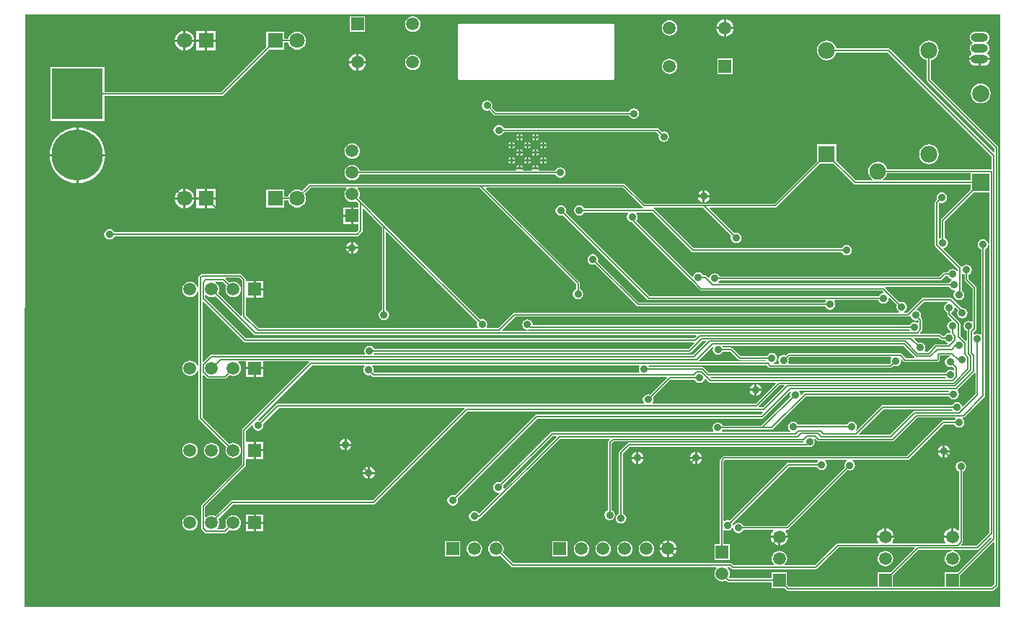
<source format=gbl>
G04*
G04 #@! TF.GenerationSoftware,Altium Limited,Altium Designer,20.1.12 (249)*
G04*
G04 Layer_Physical_Order=2*
G04 Layer_Color=16711680*
%FSLAX25Y25*%
%MOIN*%
G70*
G04*
G04 #@! TF.SameCoordinates,D2DC16A5-891C-47F1-9DBA-B4DE5785F593*
G04*
G04*
G04 #@! TF.FilePolarity,Positive*
G04*
G01*
G75*
%ADD14C,0.00600*%
%ADD71R,0.23622X0.23622*%
%ADD72C,0.23622*%
%ADD73O,0.07874X0.03937*%
%ADD74O,0.07874X0.03937*%
%ADD75C,0.05906*%
%ADD76R,0.05906X0.05906*%
%ADD77R,0.05906X0.05906*%
%ADD78C,0.07795*%
%ADD79C,0.07618*%
%ADD80R,0.07795X0.07795*%
%ADD81R,0.07874X0.07874*%
%ADD82C,0.07874*%
%ADD83C,0.01181*%
%ADD84C,0.05937*%
%ADD85R,0.05937X0.05937*%
%ADD86R,0.07087X0.07087*%
%ADD87C,0.07087*%
%ADD88C,0.03600*%
G36*
X451500Y1000D02*
X854D01*
X501Y1354D01*
X1000Y275000D01*
X451500D01*
Y1000D01*
D02*
G37*
%LPC*%
G36*
X324795Y272795D02*
Y269358D01*
X328232D01*
X328162Y269894D01*
X327762Y270860D01*
X327126Y271689D01*
X326297Y272325D01*
X325331Y272725D01*
X324795Y272795D01*
D02*
G37*
G36*
X323795D02*
X323259Y272725D01*
X322294Y272325D01*
X321465Y271689D01*
X320829Y270860D01*
X320429Y269894D01*
X320358Y269358D01*
X323795D01*
Y272795D01*
D02*
G37*
G36*
X157978Y274285D02*
X150841D01*
Y267148D01*
X157978D01*
Y274285D01*
D02*
G37*
G36*
X180000Y274316D02*
X179068Y274193D01*
X178200Y273834D01*
X177455Y273262D01*
X176883Y272516D01*
X176523Y271648D01*
X176401Y270717D01*
X176523Y269785D01*
X176883Y268917D01*
X177455Y268172D01*
X178200Y267600D01*
X179068Y267240D01*
X180000Y267117D01*
X180932Y267240D01*
X181800Y267600D01*
X182545Y268172D01*
X183117Y268917D01*
X183477Y269785D01*
X183599Y270717D01*
X183477Y271648D01*
X183117Y272516D01*
X182545Y273262D01*
X181800Y273834D01*
X180932Y274193D01*
X180000Y274316D01*
D02*
G37*
G36*
X298705Y272458D02*
X297773Y272335D01*
X296905Y271975D01*
X296160Y271403D01*
X295588Y270658D01*
X295228Y269790D01*
X295106Y268858D01*
X295228Y267927D01*
X295588Y267059D01*
X296160Y266313D01*
X296905Y265741D01*
X297773Y265382D01*
X298705Y265259D01*
X299636Y265382D01*
X300504Y265741D01*
X301250Y266313D01*
X301822Y267059D01*
X302181Y267927D01*
X302304Y268858D01*
X302181Y269790D01*
X301822Y270658D01*
X301250Y271403D01*
X300504Y271975D01*
X299636Y272335D01*
X298705Y272458D01*
D02*
G37*
G36*
X328232Y268358D02*
X324795D01*
Y264921D01*
X325331Y264992D01*
X326297Y265392D01*
X327126Y266028D01*
X327762Y266857D01*
X328162Y267822D01*
X328232Y268358D01*
D02*
G37*
G36*
X323795D02*
X320358D01*
X320429Y267822D01*
X320829Y266857D01*
X321465Y266028D01*
X322294Y265392D01*
X323259Y264992D01*
X323795Y264921D01*
Y268358D01*
D02*
G37*
G36*
X126500Y267179D02*
X125418Y267037D01*
X124410Y266619D01*
X123545Y265955D01*
X122881Y265090D01*
X122463Y264082D01*
X122442Y263918D01*
X120643D01*
Y267143D01*
X112357D01*
Y260154D01*
X91466Y239264D01*
X37411D01*
Y250757D01*
X12589D01*
Y225935D01*
X37411D01*
Y237429D01*
X91846D01*
X92198Y237499D01*
X92495Y237698D01*
X113654Y258857D01*
X120643D01*
Y262082D01*
X122442D01*
X122463Y261918D01*
X122881Y260911D01*
X123545Y260045D01*
X124410Y259381D01*
X125418Y258963D01*
X126500Y258821D01*
X127582Y258963D01*
X128589Y259381D01*
X129455Y260045D01*
X130119Y260911D01*
X130537Y261918D01*
X130679Y263000D01*
X130537Y264082D01*
X130119Y265090D01*
X129455Y265955D01*
X128589Y266619D01*
X127582Y267037D01*
X126500Y267179D01*
D02*
G37*
G36*
X75000Y267517D02*
Y263500D01*
X79017D01*
X78926Y264186D01*
X78469Y265291D01*
X77740Y266240D01*
X76791Y266969D01*
X75686Y267426D01*
X75000Y267517D01*
D02*
G37*
G36*
X89043Y267543D02*
X85000D01*
Y263500D01*
X89043D01*
Y267543D01*
D02*
G37*
G36*
X74000Y267517D02*
X73314Y267426D01*
X72209Y266969D01*
X71260Y266240D01*
X70531Y265291D01*
X70074Y264186D01*
X69983Y263500D01*
X74000D01*
Y267517D01*
D02*
G37*
G36*
X84000Y267543D02*
X79957D01*
Y263500D01*
X84000D01*
Y267543D01*
D02*
G37*
G36*
X79017Y262500D02*
X75000D01*
Y258483D01*
X75686Y258574D01*
X76791Y259031D01*
X77740Y259760D01*
X78469Y260709D01*
X78926Y261814D01*
X79017Y262500D01*
D02*
G37*
G36*
X74000D02*
X69983D01*
X70074Y261814D01*
X70531Y260709D01*
X71260Y259760D01*
X72209Y259031D01*
X73314Y258574D01*
X74000Y258483D01*
Y262500D01*
D02*
G37*
G36*
X89043D02*
X85000D01*
Y258457D01*
X89043D01*
Y262500D01*
D02*
G37*
G36*
X84000D02*
X79957D01*
Y258457D01*
X84000D01*
Y262500D01*
D02*
G37*
G36*
X443968Y267091D02*
X440031D01*
X439361Y267002D01*
X438736Y266744D01*
X438200Y266332D01*
X437788Y265795D01*
X437529Y265171D01*
X437441Y264500D01*
X437529Y263829D01*
X437788Y263205D01*
X438200Y262668D01*
X438712Y262275D01*
X438752Y262005D01*
Y261995D01*
X438712Y261725D01*
X438200Y261332D01*
X437788Y260795D01*
X437529Y260171D01*
X437441Y259500D01*
X437529Y258829D01*
X437788Y258205D01*
X438200Y257668D01*
X438346Y257556D01*
X438376Y257482D01*
X438331Y256937D01*
X437914Y256617D01*
X437438Y255997D01*
X437139Y255275D01*
X437103Y255000D01*
X446897D01*
X446861Y255275D01*
X446561Y255997D01*
X446086Y256617D01*
X445669Y256937D01*
X445624Y257482D01*
X445654Y257556D01*
X445800Y257668D01*
X446212Y258205D01*
X446471Y258829D01*
X446559Y259500D01*
X446471Y260171D01*
X446212Y260795D01*
X445800Y261332D01*
X445288Y261725D01*
X445248Y261995D01*
Y262005D01*
X445288Y262275D01*
X445800Y262668D01*
X446212Y263205D01*
X446471Y263829D01*
X446559Y264500D01*
X446471Y265171D01*
X446212Y265795D01*
X445800Y266332D01*
X445264Y266744D01*
X444639Y267002D01*
X443968Y267091D01*
D02*
G37*
G36*
X154909Y256937D02*
Y253500D01*
X158346D01*
X158276Y254036D01*
X157876Y255001D01*
X157240Y255830D01*
X156411Y256467D01*
X155445Y256866D01*
X154909Y256937D01*
D02*
G37*
G36*
X153909D02*
X153373Y256866D01*
X152408Y256467D01*
X151579Y255830D01*
X150943Y255001D01*
X150543Y254036D01*
X150472Y253500D01*
X153909D01*
Y256937D01*
D02*
G37*
G36*
X446897Y254000D02*
X442500D01*
Y251506D01*
X443968D01*
X444743Y251608D01*
X445466Y251907D01*
X446086Y252383D01*
X446561Y253003D01*
X446861Y253725D01*
X446897Y254000D01*
D02*
G37*
G36*
X441500D02*
X437103D01*
X437139Y253725D01*
X437438Y253003D01*
X437914Y252383D01*
X438534Y251907D01*
X439256Y251608D01*
X440031Y251506D01*
X441500D01*
Y254000D01*
D02*
G37*
G36*
X180000Y256599D02*
X179068Y256477D01*
X178200Y256117D01*
X177455Y255545D01*
X176883Y254800D01*
X176523Y253932D01*
X176401Y253000D01*
X176523Y252068D01*
X176883Y251200D01*
X177455Y250455D01*
X178200Y249883D01*
X179068Y249523D01*
X180000Y249401D01*
X180932Y249523D01*
X181800Y249883D01*
X182545Y250455D01*
X183117Y251200D01*
X183477Y252068D01*
X183599Y253000D01*
X183477Y253932D01*
X183117Y254800D01*
X182545Y255545D01*
X181800Y256117D01*
X180932Y256477D01*
X180000Y256599D01*
D02*
G37*
G36*
X158346Y252500D02*
X154909D01*
Y249063D01*
X155445Y249134D01*
X156411Y249534D01*
X157240Y250170D01*
X157876Y250999D01*
X158276Y251964D01*
X158346Y252500D01*
D02*
G37*
G36*
X153909D02*
X150472D01*
X150543Y251964D01*
X150943Y250999D01*
X151579Y250170D01*
X152408Y249534D01*
X153373Y249134D01*
X153909Y249063D01*
Y252500D01*
D02*
G37*
G36*
X327864Y254710D02*
X320727D01*
Y247573D01*
X327864D01*
Y254710D01*
D02*
G37*
G36*
X298705Y254741D02*
X297773Y254618D01*
X296905Y254259D01*
X296160Y253687D01*
X295588Y252941D01*
X295228Y252073D01*
X295106Y251142D01*
X295228Y250210D01*
X295588Y249342D01*
X296160Y248597D01*
X296905Y248025D01*
X297773Y247665D01*
X298705Y247543D01*
X299636Y247665D01*
X300504Y248025D01*
X301250Y248597D01*
X301822Y249342D01*
X302181Y250210D01*
X302304Y251142D01*
X302181Y252073D01*
X301822Y252941D01*
X301250Y253687D01*
X300504Y254259D01*
X299636Y254618D01*
X298705Y254741D01*
D02*
G37*
G36*
X272433Y270846D02*
X201567D01*
X201108Y270656D01*
X200918Y270197D01*
Y245394D01*
X201108Y244935D01*
X201567Y244744D01*
X272433D01*
X272892Y244935D01*
X273082Y245394D01*
Y270197D01*
X272892Y270656D01*
X272433Y270846D01*
D02*
G37*
G36*
X442500Y243167D02*
X441316Y243011D01*
X440212Y242554D01*
X439264Y241826D01*
X438537Y240879D01*
X438080Y239775D01*
X437924Y238591D01*
X438080Y237406D01*
X438537Y236302D01*
X439264Y235355D01*
X440212Y234628D01*
X441316Y234170D01*
X442500Y234014D01*
X443684Y234170D01*
X444788Y234628D01*
X445736Y235355D01*
X446463Y236302D01*
X446920Y237406D01*
X447076Y238591D01*
X446920Y239775D01*
X446463Y240879D01*
X445736Y241826D01*
X444788Y242554D01*
X443684Y243011D01*
X442500Y243167D01*
D02*
G37*
G36*
X214400Y235447D02*
X213464Y235261D01*
X212670Y234730D01*
X212139Y233936D01*
X211953Y233000D01*
X212139Y232064D01*
X212670Y231270D01*
X213464Y230739D01*
X214400Y230553D01*
X215336Y230739D01*
X215352Y230750D01*
X217451Y228651D01*
X217749Y228452D01*
X218100Y228382D01*
X279936D01*
X279939Y228364D01*
X280470Y227570D01*
X281264Y227039D01*
X282200Y226853D01*
X283136Y227039D01*
X283930Y227570D01*
X284461Y228364D01*
X284647Y229300D01*
X284461Y230236D01*
X283930Y231030D01*
X283136Y231561D01*
X282200Y231747D01*
X281264Y231561D01*
X280470Y231030D01*
X279939Y230236D01*
X279936Y230218D01*
X218480D01*
X216650Y232048D01*
X216661Y232064D01*
X216847Y233000D01*
X216661Y233936D01*
X216130Y234730D01*
X215336Y235261D01*
X214400Y235447D01*
D02*
G37*
G36*
X237175Y219928D02*
Y218906D01*
X238197D01*
X238174Y219026D01*
X237822Y219552D01*
X237296Y219904D01*
X237175Y219928D01*
D02*
G37*
G36*
X236175D02*
X236055Y219904D01*
X235528Y219552D01*
X235177Y219026D01*
X235153Y218906D01*
X236175D01*
Y219928D01*
D02*
G37*
G36*
X229951D02*
Y218906D01*
X230973D01*
X230949Y219026D01*
X230597Y219552D01*
X230071Y219904D01*
X229951Y219928D01*
D02*
G37*
G36*
X228951D02*
X228830Y219904D01*
X228304Y219552D01*
X227953Y219026D01*
X227928Y218906D01*
X228951D01*
Y219928D01*
D02*
G37*
G36*
X238197Y217906D02*
X237175D01*
Y216883D01*
X237296Y216907D01*
X237822Y217259D01*
X238174Y217785D01*
X238197Y217906D01*
D02*
G37*
G36*
X236175D02*
X235153D01*
X235177Y217785D01*
X235528Y217259D01*
X236055Y216907D01*
X236175Y216883D01*
Y217906D01*
D02*
G37*
G36*
X230973D02*
X229951D01*
Y216883D01*
X230071Y216907D01*
X230597Y217259D01*
X230949Y217785D01*
X230973Y217906D01*
D02*
G37*
G36*
X228951D02*
X227928D01*
X227953Y217785D01*
X228304Y217259D01*
X228830Y216907D01*
X228951Y216883D01*
Y217906D01*
D02*
G37*
G36*
X219809Y224047D02*
X218872Y223861D01*
X218078Y223330D01*
X217548Y222536D01*
X217362Y221600D01*
X217548Y220664D01*
X218078Y219870D01*
X218872Y219339D01*
X219809Y219153D01*
X220745Y219339D01*
X221539Y219870D01*
X222069Y220664D01*
X222073Y220682D01*
X292720D01*
X293850Y219552D01*
X293839Y219536D01*
X293653Y218600D01*
X293839Y217664D01*
X294370Y216870D01*
X295164Y216339D01*
X296100Y216153D01*
X297036Y216339D01*
X297830Y216870D01*
X298361Y217664D01*
X298547Y218600D01*
X298361Y219536D01*
X297830Y220330D01*
X297036Y220861D01*
X296100Y221047D01*
X295164Y220861D01*
X295148Y220850D01*
X293749Y222249D01*
X293451Y222448D01*
X293100Y222518D01*
X222073D01*
X222069Y222536D01*
X221539Y223330D01*
X220745Y223861D01*
X219809Y224047D01*
D02*
G37*
G36*
X240787Y216316D02*
Y215293D01*
X241810D01*
X241786Y215414D01*
X241434Y215940D01*
X240908Y216292D01*
X240787Y216316D01*
D02*
G37*
G36*
X239787D02*
X239667Y216292D01*
X239141Y215940D01*
X238789Y215414D01*
X238765Y215293D01*
X239787D01*
Y216316D01*
D02*
G37*
G36*
X233563D02*
Y215293D01*
X234585D01*
X234561Y215414D01*
X234210Y215940D01*
X233684Y216292D01*
X233563Y216316D01*
D02*
G37*
G36*
X232563D02*
X232442Y216292D01*
X231916Y215940D01*
X231565Y215414D01*
X231541Y215293D01*
X232563D01*
Y216316D01*
D02*
G37*
G36*
X226339D02*
Y215293D01*
X227361D01*
X227337Y215414D01*
X226985Y215940D01*
X226459Y216292D01*
X226339Y216316D01*
D02*
G37*
G36*
X225339D02*
X225218Y216292D01*
X224692Y215940D01*
X224340Y215414D01*
X224316Y215293D01*
X225339D01*
Y216316D01*
D02*
G37*
G36*
X241810Y214293D02*
X240787D01*
Y213271D01*
X240908Y213295D01*
X241434Y213647D01*
X241786Y214173D01*
X241810Y214293D01*
D02*
G37*
G36*
X239787D02*
X238765D01*
X238789Y214173D01*
X239141Y213647D01*
X239667Y213295D01*
X239787Y213271D01*
Y214293D01*
D02*
G37*
G36*
X234585D02*
X233563D01*
Y213271D01*
X233684Y213295D01*
X234210Y213647D01*
X234561Y214173D01*
X234585Y214293D01*
D02*
G37*
G36*
X232563D02*
X231541D01*
X231565Y214173D01*
X231916Y213647D01*
X232442Y213295D01*
X232563Y213271D01*
Y214293D01*
D02*
G37*
G36*
X227361D02*
X226339D01*
Y213271D01*
X226459Y213295D01*
X226985Y213647D01*
X227337Y214173D01*
X227361Y214293D01*
D02*
G37*
G36*
X225339D02*
X224316D01*
X224340Y214173D01*
X224692Y213647D01*
X225218Y213295D01*
X225339Y213271D01*
Y214293D01*
D02*
G37*
G36*
X237175Y212703D02*
Y211681D01*
X238197D01*
X238174Y211802D01*
X237822Y212328D01*
X237296Y212680D01*
X237175Y212703D01*
D02*
G37*
G36*
X236175D02*
X236055Y212680D01*
X235528Y212328D01*
X235177Y211802D01*
X235153Y211681D01*
X236175D01*
Y212703D01*
D02*
G37*
G36*
X229951D02*
Y211681D01*
X230973D01*
X230949Y211802D01*
X230597Y212328D01*
X230071Y212680D01*
X229951Y212703D01*
D02*
G37*
G36*
X228951D02*
X228830Y212680D01*
X228304Y212328D01*
X227953Y211802D01*
X227928Y211681D01*
X228951D01*
Y212703D01*
D02*
G37*
G36*
X418622Y263052D02*
X417448Y262898D01*
X416354Y262444D01*
X415414Y261723D01*
X414693Y260784D01*
X414240Y259690D01*
X414085Y258516D01*
X414240Y257342D01*
X414693Y256248D01*
X415414Y255308D01*
X416354Y254587D01*
X417448Y254134D01*
X417704Y254100D01*
Y244678D01*
X417774Y244327D01*
X417973Y244029D01*
X448882Y213120D01*
Y211569D01*
X448420Y211377D01*
X400633Y259165D01*
X400335Y259364D01*
X399984Y259433D01*
X375794D01*
X375760Y259690D01*
X375307Y260784D01*
X374586Y261723D01*
X373646Y262444D01*
X372552Y262898D01*
X371378Y263052D01*
X370204Y262898D01*
X369110Y262444D01*
X368170Y261723D01*
X367449Y260784D01*
X366996Y259690D01*
X366842Y258516D01*
X366996Y257342D01*
X367449Y256248D01*
X368170Y255308D01*
X369110Y254587D01*
X370204Y254134D01*
X371378Y253979D01*
X372552Y254134D01*
X373646Y254587D01*
X374586Y255308D01*
X375307Y256248D01*
X375760Y257342D01*
X375794Y257598D01*
X399604D01*
X447682Y209520D01*
Y203962D01*
X447300Y203528D01*
X399326D01*
X399296Y203761D01*
X398851Y204834D01*
X398145Y205755D01*
X397223Y206462D01*
X396151Y206906D01*
X395000Y207057D01*
X393849Y206906D01*
X392776Y206462D01*
X391855Y205755D01*
X391149Y204834D01*
X390704Y203761D01*
X390553Y202610D01*
X390704Y201459D01*
X391149Y200387D01*
X391855Y199466D01*
X392688Y198827D01*
X392603Y198327D01*
X384833D01*
X375876Y207284D01*
Y214982D01*
X366880D01*
Y207284D01*
X347214Y187618D01*
X287280D01*
X278349Y196549D01*
X278051Y196748D01*
X277700Y196818D01*
X132400D01*
X132049Y196748D01*
X131751Y196549D01*
X128721Y193518D01*
X128589Y193619D01*
X127582Y194037D01*
X126500Y194179D01*
X125418Y194037D01*
X124410Y193619D01*
X123545Y192955D01*
X122881Y192089D01*
X122463Y191082D01*
X122442Y190918D01*
X120643D01*
Y194143D01*
X112357D01*
Y185857D01*
X120643D01*
Y189082D01*
X122442D01*
X122463Y188918D01*
X122881Y187910D01*
X123545Y187045D01*
X124410Y186381D01*
X125418Y185963D01*
X126500Y185821D01*
X127582Y185963D01*
X128589Y186381D01*
X129455Y187045D01*
X130119Y187910D01*
X130537Y188918D01*
X130679Y190000D01*
X130537Y191082D01*
X130119Y192089D01*
X130018Y192221D01*
X132780Y194982D01*
X149314D01*
X149328Y194940D01*
X149427Y194482D01*
X148897Y193792D01*
X148539Y192927D01*
X148417Y192000D01*
X148539Y191073D01*
X148897Y190208D01*
X149466Y189466D01*
X150208Y188897D01*
X151073Y188539D01*
X152000Y188417D01*
X152927Y188539D01*
X153792Y188897D01*
X153800Y188903D01*
X154982Y187720D01*
Y185953D01*
X152500D01*
Y182000D01*
Y178047D01*
X154982D01*
Y175380D01*
X154020Y174418D01*
X42064D01*
X42061Y174436D01*
X41530Y175230D01*
X40736Y175761D01*
X39800Y175947D01*
X38864Y175761D01*
X38070Y175230D01*
X37539Y174436D01*
X37353Y173500D01*
X37539Y172564D01*
X38070Y171770D01*
X38864Y171239D01*
X39800Y171053D01*
X40736Y171239D01*
X41530Y171770D01*
X42061Y172564D01*
X42064Y172582D01*
X154400D01*
X154751Y172652D01*
X155049Y172851D01*
X156549Y174351D01*
X156748Y174649D01*
X156818Y175000D01*
Y185231D01*
X157280Y185423D01*
X165782Y176920D01*
Y138370D01*
X165764Y138366D01*
X164970Y137836D01*
X164439Y137042D01*
X164253Y136106D01*
X164439Y135169D01*
X164970Y134375D01*
X165764Y133845D01*
X166700Y133659D01*
X167636Y133845D01*
X168430Y134375D01*
X168961Y135169D01*
X169147Y136106D01*
X168961Y137042D01*
X168430Y137836D01*
X167636Y138366D01*
X167618Y138370D01*
Y174431D01*
X168080Y174623D01*
X209850Y132852D01*
X209839Y132836D01*
X209653Y131900D01*
X209839Y130964D01*
X210070Y130618D01*
X209803Y130118D01*
X108780D01*
X102918Y135980D01*
Y143601D01*
X103047Y144047D01*
X103418Y144047D01*
X106500D01*
Y148000D01*
Y151953D01*
X103418D01*
X103047Y151953D01*
X102918Y152399D01*
Y152500D01*
X102848Y152851D01*
X102649Y153149D01*
X100849Y154949D01*
X100551Y155148D01*
X100200Y155218D01*
X82600D01*
X82249Y155148D01*
X81951Y154949D01*
X81251Y154249D01*
X81052Y153951D01*
X80982Y153600D01*
Y148800D01*
X80482Y148767D01*
X80461Y148927D01*
X80103Y149792D01*
X79534Y150534D01*
X78792Y151103D01*
X77927Y151461D01*
X77000Y151583D01*
X76073Y151461D01*
X75208Y151103D01*
X74466Y150534D01*
X73897Y149792D01*
X73539Y148927D01*
X73417Y148000D01*
X73539Y147073D01*
X73897Y146208D01*
X74466Y145466D01*
X75208Y144897D01*
X76073Y144539D01*
X77000Y144417D01*
X77927Y144539D01*
X78792Y144897D01*
X79534Y145466D01*
X80103Y146208D01*
X80461Y147073D01*
X80482Y147232D01*
X80982Y147200D01*
Y112300D01*
X80482Y112267D01*
X80461Y112427D01*
X80103Y113292D01*
X79534Y114034D01*
X78792Y114603D01*
X77927Y114961D01*
X77000Y115083D01*
X76073Y114961D01*
X75208Y114603D01*
X74466Y114034D01*
X73897Y113292D01*
X73539Y112427D01*
X73417Y111500D01*
X73539Y110573D01*
X73897Y109708D01*
X74466Y108966D01*
X75208Y108397D01*
X76073Y108039D01*
X77000Y107917D01*
X77927Y108039D01*
X78792Y108397D01*
X79534Y108966D01*
X80103Y109708D01*
X80461Y110573D01*
X80482Y110732D01*
X80982Y110700D01*
Y88600D01*
X81052Y88249D01*
X81251Y87951D01*
X93903Y75300D01*
X93897Y75292D01*
X93539Y74427D01*
X93417Y73500D01*
X93539Y72573D01*
X93897Y71708D01*
X94466Y70966D01*
X95208Y70397D01*
X96073Y70039D01*
X97000Y69917D01*
X97927Y70039D01*
X98792Y70397D01*
X99534Y70966D01*
X100103Y71708D01*
X100461Y72573D01*
X100583Y73500D01*
X100461Y74427D01*
X100103Y75292D01*
X99534Y76034D01*
X98792Y76603D01*
X97927Y76961D01*
X97000Y77083D01*
X96073Y76961D01*
X95208Y76603D01*
X95200Y76597D01*
X82818Y88980D01*
Y108283D01*
X83280Y108474D01*
X84755Y106998D01*
X85053Y106799D01*
X85404Y106730D01*
X93147D01*
X93498Y106799D01*
X93796Y106998D01*
X95200Y108403D01*
X95208Y108397D01*
X96073Y108039D01*
X97000Y107917D01*
X97927Y108039D01*
X98792Y108397D01*
X99534Y108966D01*
X100103Y109708D01*
X100461Y110573D01*
X100583Y111500D01*
X100461Y112427D01*
X100103Y113292D01*
X99534Y114034D01*
X99340Y114182D01*
X99510Y114682D01*
X103047D01*
Y112000D01*
X107000D01*
X110953D01*
Y114682D01*
X131928D01*
X132135Y114182D01*
X101351Y83399D01*
X101152Y83101D01*
X101082Y82750D01*
Y67180D01*
X82451Y48549D01*
X82252Y48251D01*
X82182Y47900D01*
Y37500D01*
X82252Y37149D01*
X82451Y36851D01*
X83851Y35451D01*
X84149Y35252D01*
X84500Y35182D01*
X93100D01*
X93451Y35252D01*
X93749Y35451D01*
X95200Y36903D01*
X95208Y36897D01*
X96073Y36539D01*
X97000Y36417D01*
X97927Y36539D01*
X98792Y36897D01*
X99534Y37466D01*
X100103Y38208D01*
X100461Y39073D01*
X100583Y40000D01*
X100461Y40927D01*
X100103Y41792D01*
X99534Y42534D01*
X98792Y43103D01*
X97927Y43461D01*
X97000Y43583D01*
X96073Y43461D01*
X95208Y43103D01*
X94466Y42534D01*
X93897Y41792D01*
X93539Y40927D01*
X93417Y40000D01*
X93539Y39073D01*
X93897Y38208D01*
X93903Y38200D01*
X92720Y37018D01*
X89686D01*
X89672Y37060D01*
X89573Y37518D01*
X90103Y38208D01*
X90461Y39073D01*
X90583Y40000D01*
X90461Y40927D01*
X90103Y41792D01*
X90097Y41800D01*
X96780Y48482D01*
X162000D01*
X162351Y48552D01*
X162649Y48751D01*
X205380Y91482D01*
X341677D01*
X341885Y90982D01*
X341020Y90118D01*
X237300D01*
X236949Y90048D01*
X236651Y89849D01*
X199452Y52650D01*
X199436Y52661D01*
X198500Y52847D01*
X197564Y52661D01*
X196770Y52130D01*
X196239Y51336D01*
X196053Y50400D01*
X196239Y49464D01*
X196770Y48670D01*
X197564Y48139D01*
X198500Y47953D01*
X199436Y48139D01*
X200230Y48670D01*
X200761Y49464D01*
X200947Y50400D01*
X200761Y51336D01*
X200750Y51352D01*
X237680Y88282D01*
X341400D01*
X341751Y88352D01*
X342049Y88551D01*
X354348Y100850D01*
X354737Y100532D01*
X354539Y100236D01*
X354353Y99300D01*
X354539Y98364D01*
X354550Y98348D01*
X341120Y84918D01*
X323265D01*
X323261Y84936D01*
X322730Y85730D01*
X321936Y86261D01*
X321000Y86447D01*
X320064Y86261D01*
X319270Y85730D01*
X318739Y84936D01*
X318553Y84000D01*
X318739Y83064D01*
X319037Y82618D01*
X318770Y82118D01*
X244400D01*
X244049Y82048D01*
X243751Y81849D01*
X220552Y58650D01*
X220536Y58661D01*
X219600Y58847D01*
X218664Y58661D01*
X217870Y58130D01*
X217339Y57336D01*
X217153Y56400D01*
X217339Y55464D01*
X217870Y54670D01*
X218664Y54139D01*
X219600Y53953D01*
X219957Y54024D01*
X220203Y53563D01*
X211006Y44366D01*
X210508Y44414D01*
X210230Y44830D01*
X209436Y45361D01*
X208500Y45547D01*
X207564Y45361D01*
X206770Y44830D01*
X206239Y44036D01*
X206053Y43100D01*
X206239Y42164D01*
X206770Y41370D01*
X207564Y40839D01*
X208500Y40653D01*
X209436Y40839D01*
X210230Y41370D01*
X210761Y42164D01*
X210765Y42182D01*
X211038D01*
X211389Y42252D01*
X211687Y42451D01*
X248118Y78882D01*
X270831D01*
X271023Y78420D01*
X270451Y77849D01*
X270252Y77551D01*
X270182Y77200D01*
Y45864D01*
X270164Y45861D01*
X269370Y45330D01*
X268839Y44536D01*
X268653Y43600D01*
X268839Y42664D01*
X269370Y41870D01*
X270164Y41339D01*
X271100Y41153D01*
X272036Y41339D01*
X272830Y41870D01*
X273361Y42664D01*
X273547Y43600D01*
X273361Y44536D01*
X272830Y45330D01*
X272036Y45861D01*
X272018Y45864D01*
Y76820D01*
X272880Y77682D01*
X360456D01*
X360517Y77618D01*
X360480Y77440D01*
X360179Y77118D01*
X280000D01*
X279649Y77048D01*
X279351Y76849D01*
X275651Y73149D01*
X275452Y72851D01*
X275382Y72500D01*
Y44365D01*
X275364Y44361D01*
X274570Y43830D01*
X274039Y43036D01*
X273853Y42100D01*
X274039Y41164D01*
X274570Y40370D01*
X275364Y39839D01*
X276300Y39653D01*
X277236Y39839D01*
X278030Y40370D01*
X278561Y41164D01*
X278747Y42100D01*
X278561Y43036D01*
X278030Y43830D01*
X277236Y44361D01*
X277218Y44365D01*
Y72120D01*
X280380Y75282D01*
X362100D01*
X362330Y75328D01*
X362464Y75239D01*
X363400Y75053D01*
X364336Y75239D01*
X365130Y75770D01*
X365661Y76564D01*
X365847Y77500D01*
X365661Y78436D01*
X365880Y79009D01*
X365912Y79023D01*
X366984Y77951D01*
X367281Y77752D01*
X367632Y77682D01*
X402000D01*
X402351Y77752D01*
X402649Y77951D01*
X413380Y88682D01*
X430615D01*
X430738Y88182D01*
X430239Y87436D01*
X430235Y87418D01*
X425300D01*
X424949Y87348D01*
X424651Y87149D01*
X408420Y70918D01*
X324050D01*
X323699Y70848D01*
X323401Y70649D01*
X322151Y69399D01*
X321952Y69101D01*
X321882Y68750D01*
Y30053D01*
X319447D01*
Y22947D01*
X326553D01*
Y30053D01*
X323718D01*
Y36603D01*
X324218Y36870D01*
X324564Y36639D01*
X325500Y36453D01*
X326436Y36639D01*
X327230Y37170D01*
X327581Y37694D01*
X328083Y37547D01*
X328239Y36764D01*
X328770Y35970D01*
X329564Y35439D01*
X330500Y35253D01*
X331436Y35439D01*
X332230Y35970D01*
X332761Y36764D01*
X332765Y36782D01*
X346524D01*
X346603Y36549D01*
X346653Y36282D01*
X346047Y35493D01*
X345649Y34532D01*
X345579Y34000D01*
X349500D01*
X353421D01*
X353351Y34532D01*
X352953Y35493D01*
X352347Y36282D01*
X352397Y36549D01*
X352476Y36782D01*
X353100D01*
X353451Y36852D01*
X353749Y37051D01*
X381048Y64350D01*
X381064Y64339D01*
X382000Y64153D01*
X382936Y64339D01*
X383730Y64870D01*
X384261Y65664D01*
X384447Y66600D01*
X384261Y67536D01*
X383730Y68330D01*
X383353Y68582D01*
X383505Y69082D01*
X408800D01*
X409151Y69152D01*
X409449Y69351D01*
X425680Y85582D01*
X430235D01*
X430239Y85564D01*
X430770Y84770D01*
X431564Y84239D01*
X432500Y84053D01*
X433436Y84239D01*
X434230Y84770D01*
X434761Y85564D01*
X434947Y86500D01*
X434761Y87436D01*
X434262Y88182D01*
X434385Y88682D01*
X434497D01*
X434848Y88752D01*
X435146Y88951D01*
X444349Y98154D01*
X444548Y98452D01*
X444618Y98803D01*
Y166543D01*
X445330Y167020D01*
X445861Y167814D01*
X445982Y168425D01*
X446482Y168376D01*
Y35380D01*
X440467Y29365D01*
X433466D01*
X433275Y29827D01*
X434049Y30601D01*
X434248Y30899D01*
X434318Y31250D01*
Y63736D01*
X434336Y63739D01*
X435130Y64270D01*
X435661Y65064D01*
X435847Y66000D01*
X435661Y66936D01*
X435130Y67730D01*
X434336Y68261D01*
X433400Y68447D01*
X432464Y68261D01*
X431670Y67730D01*
X431139Y66936D01*
X430953Y66000D01*
X431139Y65064D01*
X431670Y64270D01*
X432464Y63739D01*
X432482Y63736D01*
Y36824D01*
X431982Y36578D01*
X431493Y36953D01*
X430532Y37351D01*
X430000Y37421D01*
Y33500D01*
X429500D01*
Y33000D01*
X425579D01*
X425649Y32468D01*
X426047Y31507D01*
X426386Y31065D01*
X426140Y30565D01*
X401860D01*
X401614Y31065D01*
X401953Y31507D01*
X402351Y32468D01*
X402421Y33000D01*
X398500D01*
X394579D01*
X394649Y32468D01*
X395047Y31507D01*
X395386Y31065D01*
X395140Y30565D01*
X376447D01*
X376096Y30495D01*
X375798Y30296D01*
X365920Y20418D01*
X352097D01*
X351936Y20891D01*
X352034Y20966D01*
X352603Y21708D01*
X352961Y22573D01*
X353083Y23500D01*
X352961Y24427D01*
X352603Y25292D01*
X352034Y26034D01*
X351292Y26603D01*
X350427Y26961D01*
X349500Y27083D01*
X348573Y26961D01*
X347708Y26603D01*
X346966Y26034D01*
X346397Y25292D01*
X346039Y24427D01*
X345917Y23500D01*
X346039Y22573D01*
X346397Y21708D01*
X346966Y20966D01*
X347064Y20891D01*
X346903Y20418D01*
X328180D01*
X327549Y21049D01*
X327251Y21248D01*
X326900Y21318D01*
X226480D01*
X221597Y26200D01*
X221603Y26208D01*
X221961Y27073D01*
X222083Y28000D01*
X221961Y28927D01*
X221603Y29792D01*
X221034Y30534D01*
X220292Y31103D01*
X219427Y31461D01*
X218500Y31583D01*
X217573Y31461D01*
X216708Y31103D01*
X215966Y30534D01*
X215397Y29792D01*
X215039Y28927D01*
X214917Y28000D01*
X215039Y27073D01*
X215397Y26208D01*
X215966Y25466D01*
X216708Y24897D01*
X217573Y24539D01*
X218500Y24417D01*
X219427Y24539D01*
X220292Y24897D01*
X220300Y24903D01*
X225451Y19751D01*
X225749Y19552D01*
X226100Y19482D01*
X320314D01*
X320328Y19440D01*
X320427Y18982D01*
X319897Y18292D01*
X319539Y17427D01*
X319417Y16500D01*
X319539Y15573D01*
X319897Y14708D01*
X320466Y13966D01*
X321208Y13397D01*
X322073Y13039D01*
X323000Y12917D01*
X323927Y13039D01*
X324792Y13397D01*
X324800Y13403D01*
X325351Y12851D01*
X325649Y12652D01*
X326000Y12582D01*
X345947D01*
Y9947D01*
X351755D01*
X352851Y8851D01*
X353149Y8652D01*
X353500Y8582D01*
X448050D01*
X448401Y8652D01*
X448699Y8851D01*
X450449Y10601D01*
X450648Y10899D01*
X450718Y11250D01*
Y213500D01*
X450648Y213851D01*
X450449Y214149D01*
X419540Y245058D01*
Y254100D01*
X419796Y254134D01*
X420890Y254587D01*
X421830Y255308D01*
X422551Y256248D01*
X423004Y257342D01*
X423158Y258516D01*
X423004Y259690D01*
X422551Y260784D01*
X421830Y261723D01*
X420890Y262444D01*
X419796Y262898D01*
X418622Y263052D01*
D02*
G37*
G36*
X25500Y222811D02*
Y210500D01*
X37811D01*
X37692Y212010D01*
X37222Y213971D01*
X36450Y215834D01*
X35396Y217553D01*
X34087Y219087D01*
X32553Y220396D01*
X30834Y221450D01*
X28971Y222222D01*
X27010Y222692D01*
X25500Y222811D01*
D02*
G37*
G36*
X24500D02*
X22990Y222692D01*
X21029Y222222D01*
X19166Y221450D01*
X17447Y220396D01*
X15913Y219087D01*
X14604Y217553D01*
X13550Y215834D01*
X12778Y213971D01*
X12308Y212010D01*
X12189Y210500D01*
X24500D01*
Y222811D01*
D02*
G37*
G36*
X238197Y210681D02*
X237175D01*
Y209659D01*
X237296Y209683D01*
X237822Y210034D01*
X238174Y210561D01*
X238197Y210681D01*
D02*
G37*
G36*
X236175D02*
X235153D01*
X235177Y210561D01*
X235528Y210034D01*
X236055Y209683D01*
X236175Y209659D01*
Y210681D01*
D02*
G37*
G36*
X230973D02*
X229951D01*
Y209659D01*
X230071Y209683D01*
X230597Y210034D01*
X230949Y210561D01*
X230973Y210681D01*
D02*
G37*
G36*
X228951D02*
X227928D01*
X227953Y210561D01*
X228304Y210034D01*
X228830Y209683D01*
X228951Y209659D01*
Y210681D01*
D02*
G37*
G36*
X152000Y215583D02*
X151073Y215461D01*
X150208Y215103D01*
X149466Y214534D01*
X148897Y213792D01*
X148539Y212927D01*
X148417Y212000D01*
X148539Y211073D01*
X148897Y210208D01*
X149466Y209466D01*
X150208Y208897D01*
X151073Y208539D01*
X152000Y208417D01*
X152927Y208539D01*
X153792Y208897D01*
X154534Y209466D01*
X155103Y210208D01*
X155461Y211073D01*
X155583Y212000D01*
X155461Y212927D01*
X155103Y213792D01*
X154534Y214534D01*
X153792Y215103D01*
X152927Y215461D01*
X152000Y215583D01*
D02*
G37*
G36*
X240787Y209091D02*
Y208069D01*
X241810D01*
X241786Y208190D01*
X241434Y208716D01*
X240908Y209067D01*
X240787Y209091D01*
D02*
G37*
G36*
X239787D02*
X239667Y209067D01*
X239141Y208716D01*
X238789Y208190D01*
X238765Y208069D01*
X239787D01*
Y209091D01*
D02*
G37*
G36*
X233563D02*
Y208069D01*
X234585D01*
X234561Y208190D01*
X234210Y208716D01*
X233684Y209067D01*
X233563Y209091D01*
D02*
G37*
G36*
X232563D02*
X232442Y209067D01*
X231916Y208716D01*
X231565Y208190D01*
X231541Y208069D01*
X232563D01*
Y209091D01*
D02*
G37*
G36*
X226339D02*
Y208069D01*
X227361D01*
X227337Y208190D01*
X226985Y208716D01*
X226459Y209067D01*
X226339Y209091D01*
D02*
G37*
G36*
X225339D02*
X225218Y209067D01*
X224692Y208716D01*
X224340Y208190D01*
X224316Y208069D01*
X225339D01*
Y209091D01*
D02*
G37*
G36*
X241810Y207069D02*
X240787D01*
Y206047D01*
X240908Y206071D01*
X241434Y206422D01*
X241786Y206948D01*
X241810Y207069D01*
D02*
G37*
G36*
X239787D02*
X238765D01*
X238789Y206948D01*
X239141Y206422D01*
X239667Y206071D01*
X239787Y206047D01*
Y207069D01*
D02*
G37*
G36*
X234585D02*
X233563D01*
Y206047D01*
X233684Y206071D01*
X234210Y206422D01*
X234561Y206948D01*
X234585Y207069D01*
D02*
G37*
G36*
X232563D02*
X231541D01*
X231565Y206948D01*
X231916Y206422D01*
X232442Y206071D01*
X232563Y206047D01*
Y207069D01*
D02*
G37*
G36*
X227361D02*
X226339D01*
Y206047D01*
X226459Y206071D01*
X226985Y206422D01*
X227337Y206948D01*
X227361Y207069D01*
D02*
G37*
G36*
X225339D02*
X224316D01*
X224340Y206948D01*
X224692Y206422D01*
X225218Y206071D01*
X225339Y206047D01*
Y207069D01*
D02*
G37*
G36*
X418622Y215021D02*
X417448Y214866D01*
X416354Y214413D01*
X415414Y213692D01*
X414693Y212752D01*
X414240Y211658D01*
X414085Y210484D01*
X414240Y209310D01*
X414693Y208216D01*
X415414Y207277D01*
X416354Y206556D01*
X417448Y206102D01*
X418622Y205948D01*
X419796Y206102D01*
X420890Y206556D01*
X421830Y207277D01*
X422551Y208216D01*
X423004Y209310D01*
X423158Y210484D01*
X423004Y211658D01*
X422551Y212752D01*
X421830Y213692D01*
X420890Y214413D01*
X419796Y214866D01*
X418622Y215021D01*
D02*
G37*
G36*
X237175Y205479D02*
Y204457D01*
X238197D01*
X238174Y204577D01*
X237822Y205103D01*
X237296Y205455D01*
X237175Y205479D01*
D02*
G37*
G36*
X236175D02*
X236055Y205455D01*
X235528Y205103D01*
X235177Y204577D01*
X235153Y204457D01*
X236175D01*
Y205479D01*
D02*
G37*
G36*
X229951D02*
Y204457D01*
X230973D01*
X230949Y204577D01*
X230597Y205103D01*
X230071Y205455D01*
X229951Y205479D01*
D02*
G37*
G36*
X228951D02*
X228830Y205455D01*
X228304Y205103D01*
X227953Y204577D01*
X227928Y204457D01*
X228951D01*
Y205479D01*
D02*
G37*
G36*
X152000Y205583D02*
X151073Y205461D01*
X150208Y205103D01*
X149466Y204534D01*
X148897Y203792D01*
X148539Y202927D01*
X148417Y202000D01*
X148539Y201073D01*
X148897Y200208D01*
X149466Y199466D01*
X150208Y198897D01*
X151073Y198539D01*
X152000Y198417D01*
X152927Y198539D01*
X153792Y198897D01*
X154534Y199466D01*
X155103Y200208D01*
X155461Y201073D01*
X155463Y201082D01*
X245936D01*
X245939Y201064D01*
X246470Y200270D01*
X247264Y199739D01*
X248200Y199553D01*
X249136Y199739D01*
X249930Y200270D01*
X250461Y201064D01*
X250647Y202000D01*
X250461Y202936D01*
X249930Y203730D01*
X249136Y204261D01*
X248200Y204447D01*
X247264Y204261D01*
X246470Y203730D01*
X245939Y202936D01*
X245936Y202918D01*
X238438D01*
X238190Y203418D01*
X238197Y203457D01*
X235153D01*
X235161Y203418D01*
X234912Y202918D01*
X231214D01*
X230965Y203418D01*
X230973Y203457D01*
X227928D01*
X227936Y203418D01*
X227688Y202918D01*
X155463D01*
X155461Y202927D01*
X155103Y203792D01*
X154534Y204534D01*
X153792Y205103D01*
X152927Y205461D01*
X152000Y205583D01*
D02*
G37*
G36*
X37811Y209500D02*
X25500D01*
Y197189D01*
X27010Y197308D01*
X28971Y197778D01*
X30834Y198550D01*
X32553Y199604D01*
X34087Y200913D01*
X35396Y202447D01*
X36450Y204166D01*
X37222Y206029D01*
X37692Y207990D01*
X37811Y209500D01*
D02*
G37*
G36*
X24500D02*
X12189D01*
X12308Y207990D01*
X12778Y206029D01*
X13550Y204166D01*
X14604Y202447D01*
X15913Y200913D01*
X17447Y199604D01*
X19166Y198550D01*
X21029Y197778D01*
X22990Y197308D01*
X24500Y197189D01*
Y209500D01*
D02*
G37*
G36*
X315000Y193758D02*
Y191500D01*
X317258D01*
X317228Y191731D01*
X316946Y192412D01*
X316497Y192997D01*
X315912Y193446D01*
X315231Y193728D01*
X315000Y193758D01*
D02*
G37*
G36*
X314000D02*
X313769Y193728D01*
X313088Y193446D01*
X312503Y192997D01*
X312054Y192412D01*
X311772Y191731D01*
X311742Y191500D01*
X314000D01*
Y193758D01*
D02*
G37*
G36*
X75000Y194517D02*
Y190500D01*
X79017D01*
X78926Y191186D01*
X78469Y192291D01*
X77740Y193240D01*
X76791Y193969D01*
X75686Y194426D01*
X75000Y194517D01*
D02*
G37*
G36*
X89043Y194543D02*
X85000D01*
Y190500D01*
X89043D01*
Y194543D01*
D02*
G37*
G36*
X74000Y194517D02*
X73314Y194426D01*
X72209Y193969D01*
X71260Y193240D01*
X70531Y192291D01*
X70074Y191186D01*
X69983Y190500D01*
X74000D01*
Y194517D01*
D02*
G37*
G36*
X84000Y194543D02*
X79957D01*
Y190500D01*
X84000D01*
Y194543D01*
D02*
G37*
G36*
X317258Y190500D02*
X315000D01*
Y188242D01*
X315231Y188272D01*
X315912Y188554D01*
X316497Y189003D01*
X316946Y189588D01*
X317228Y190269D01*
X317258Y190500D01*
D02*
G37*
G36*
X314000D02*
X311742D01*
X311772Y190269D01*
X312054Y189588D01*
X312503Y189003D01*
X313088Y188554D01*
X313769Y188272D01*
X314000Y188242D01*
Y190500D01*
D02*
G37*
G36*
X79017Y189500D02*
X75000D01*
Y185483D01*
X75686Y185574D01*
X76791Y186031D01*
X77740Y186760D01*
X78469Y187709D01*
X78926Y188814D01*
X79017Y189500D01*
D02*
G37*
G36*
X74000D02*
X69983D01*
X70074Y188814D01*
X70531Y187709D01*
X71260Y186760D01*
X72209Y186031D01*
X73314Y185574D01*
X74000Y185483D01*
Y189500D01*
D02*
G37*
G36*
X89043D02*
X85000D01*
Y185457D01*
X89043D01*
Y189500D01*
D02*
G37*
G36*
X84000D02*
X79957D01*
Y185457D01*
X84000D01*
Y189500D01*
D02*
G37*
G36*
X151500Y185953D02*
X148047D01*
Y182500D01*
X151500D01*
Y185953D01*
D02*
G37*
G36*
Y181500D02*
X148047D01*
Y178047D01*
X151500D01*
Y181500D01*
D02*
G37*
G36*
X152500Y169958D02*
Y167700D01*
X154758D01*
X154728Y167931D01*
X154446Y168612D01*
X153997Y169197D01*
X153412Y169646D01*
X152731Y169928D01*
X152500Y169958D01*
D02*
G37*
G36*
X151500D02*
X151269Y169928D01*
X150588Y169646D01*
X150003Y169197D01*
X149554Y168612D01*
X149272Y167931D01*
X149242Y167700D01*
X151500D01*
Y169958D01*
D02*
G37*
G36*
X154758Y166700D02*
X152500D01*
Y164442D01*
X152731Y164472D01*
X153412Y164754D01*
X153997Y165203D01*
X154446Y165788D01*
X154728Y166469D01*
X154758Y166700D01*
D02*
G37*
G36*
X151500D02*
X149242D01*
X149272Y166469D01*
X149554Y165788D01*
X150003Y165203D01*
X150588Y164754D01*
X151269Y164472D01*
X151500Y164442D01*
Y166700D01*
D02*
G37*
G36*
X107500Y151953D02*
Y148500D01*
X110953D01*
Y151953D01*
X107500D01*
D02*
G37*
G36*
X110953Y147500D02*
X107500D01*
Y144047D01*
X110953D01*
Y147500D01*
D02*
G37*
G36*
Y111000D02*
X107500D01*
Y107547D01*
X110953D01*
Y111000D01*
D02*
G37*
G36*
X106500D02*
X103047D01*
Y107547D01*
X106500D01*
Y111000D01*
D02*
G37*
G36*
X426000Y75758D02*
Y73500D01*
X428258D01*
X428228Y73731D01*
X427946Y74412D01*
X427497Y74997D01*
X426912Y75446D01*
X426231Y75728D01*
X426000Y75758D01*
D02*
G37*
G36*
X425000D02*
X424769Y75728D01*
X424088Y75446D01*
X423503Y74997D01*
X423054Y74412D01*
X422772Y73731D01*
X422742Y73500D01*
X425000D01*
Y75758D01*
D02*
G37*
G36*
X311400Y72758D02*
Y70500D01*
X313658D01*
X313628Y70731D01*
X313346Y71412D01*
X312897Y71997D01*
X312312Y72446D01*
X311631Y72728D01*
X311400Y72758D01*
D02*
G37*
G36*
X310400D02*
X310169Y72728D01*
X309488Y72446D01*
X308903Y71997D01*
X308454Y71412D01*
X308172Y70731D01*
X308142Y70500D01*
X310400D01*
Y72758D01*
D02*
G37*
G36*
X284339D02*
Y70500D01*
X286597D01*
X286566Y70731D01*
X286284Y71412D01*
X285836Y71997D01*
X285251Y72446D01*
X284570Y72728D01*
X284339Y72758D01*
D02*
G37*
G36*
X283339D02*
X283108Y72728D01*
X282427Y72446D01*
X281842Y71997D01*
X281393Y71412D01*
X281111Y70731D01*
X281080Y70500D01*
X283339D01*
Y72758D01*
D02*
G37*
G36*
X428258Y72500D02*
X426000D01*
Y70242D01*
X426231Y70272D01*
X426912Y70554D01*
X427497Y71003D01*
X427946Y71588D01*
X428228Y72269D01*
X428258Y72500D01*
D02*
G37*
G36*
X425000D02*
X422742D01*
X422772Y72269D01*
X423054Y71588D01*
X423503Y71003D01*
X424088Y70554D01*
X424769Y70272D01*
X425000Y70242D01*
Y72500D01*
D02*
G37*
G36*
X87000Y77083D02*
X86073Y76961D01*
X85208Y76603D01*
X84466Y76034D01*
X83897Y75292D01*
X83539Y74427D01*
X83417Y73500D01*
X83539Y72573D01*
X83897Y71708D01*
X84466Y70966D01*
X85208Y70397D01*
X86073Y70039D01*
X87000Y69917D01*
X87927Y70039D01*
X88792Y70397D01*
X89534Y70966D01*
X90103Y71708D01*
X90461Y72573D01*
X90583Y73500D01*
X90461Y74427D01*
X90103Y75292D01*
X89534Y76034D01*
X88792Y76603D01*
X87927Y76961D01*
X87000Y77083D01*
D02*
G37*
G36*
X77000D02*
X76073Y76961D01*
X75208Y76603D01*
X74466Y76034D01*
X73897Y75292D01*
X73539Y74427D01*
X73417Y73500D01*
X73539Y72573D01*
X73897Y71708D01*
X74466Y70966D01*
X75208Y70397D01*
X76073Y70039D01*
X77000Y69917D01*
X77927Y70039D01*
X78792Y70397D01*
X79534Y70966D01*
X80103Y71708D01*
X80461Y72573D01*
X80583Y73500D01*
X80461Y74427D01*
X80103Y75292D01*
X79534Y76034D01*
X78792Y76603D01*
X77927Y76961D01*
X77000Y77083D01*
D02*
G37*
G36*
X313658Y69500D02*
X311400D01*
Y67242D01*
X311631Y67272D01*
X312312Y67554D01*
X312897Y68003D01*
X313346Y68588D01*
X313628Y69269D01*
X313658Y69500D01*
D02*
G37*
G36*
X310400D02*
X308142D01*
X308172Y69269D01*
X308454Y68588D01*
X308903Y68003D01*
X309488Y67554D01*
X310169Y67272D01*
X310400Y67242D01*
Y69500D01*
D02*
G37*
G36*
X286597D02*
X284339D01*
Y67242D01*
X284570Y67272D01*
X285251Y67554D01*
X285836Y68003D01*
X286284Y68588D01*
X286566Y69269D01*
X286597Y69500D01*
D02*
G37*
G36*
X283339D02*
X281080D01*
X281111Y69269D01*
X281393Y68588D01*
X281842Y68003D01*
X282427Y67554D01*
X283108Y67272D01*
X283339Y67242D01*
Y69500D01*
D02*
G37*
G36*
X110953Y43953D02*
X107500D01*
Y40500D01*
X110953D01*
Y43953D01*
D02*
G37*
G36*
X106500D02*
X103047D01*
Y40500D01*
X106500D01*
Y43953D01*
D02*
G37*
G36*
X77000Y43583D02*
X76073Y43461D01*
X75208Y43103D01*
X74466Y42534D01*
X73897Y41792D01*
X73539Y40927D01*
X73417Y40000D01*
X73539Y39073D01*
X73897Y38208D01*
X74466Y37466D01*
X75208Y36897D01*
X76073Y36539D01*
X77000Y36417D01*
X77927Y36539D01*
X78792Y36897D01*
X79534Y37466D01*
X80103Y38208D01*
X80461Y39073D01*
X80583Y40000D01*
X80461Y40927D01*
X80103Y41792D01*
X79534Y42534D01*
X78792Y43103D01*
X77927Y43461D01*
X77000Y43583D01*
D02*
G37*
G36*
X110953Y39500D02*
X107500D01*
Y36047D01*
X110953D01*
Y39500D01*
D02*
G37*
G36*
X106500D02*
X103047D01*
Y36047D01*
X106500D01*
Y39500D01*
D02*
G37*
G36*
X399000Y37421D02*
Y34000D01*
X402421D01*
X402351Y34532D01*
X401953Y35493D01*
X401319Y36319D01*
X400493Y36953D01*
X399532Y37351D01*
X399000Y37421D01*
D02*
G37*
G36*
X429000D02*
X428468Y37351D01*
X427507Y36953D01*
X426681Y36319D01*
X426047Y35493D01*
X425649Y34532D01*
X425579Y34000D01*
X429000D01*
Y37421D01*
D02*
G37*
G36*
X398000D02*
X397468Y37351D01*
X396507Y36953D01*
X395681Y36319D01*
X395047Y35493D01*
X394649Y34532D01*
X394579Y34000D01*
X398000D01*
Y37421D01*
D02*
G37*
G36*
X353421Y33000D02*
X350000D01*
Y29579D01*
X350532Y29649D01*
X351493Y30047D01*
X352319Y30681D01*
X352953Y31507D01*
X353351Y32468D01*
X353421Y33000D01*
D02*
G37*
G36*
X349000D02*
X345579D01*
X345649Y32468D01*
X346047Y31507D01*
X346681Y30681D01*
X347507Y30047D01*
X348468Y29649D01*
X349000Y29579D01*
Y33000D01*
D02*
G37*
G36*
X298500Y31921D02*
Y28500D01*
X301921D01*
X301851Y29032D01*
X301453Y29993D01*
X300819Y30819D01*
X299993Y31453D01*
X299032Y31851D01*
X298500Y31921D01*
D02*
G37*
G36*
X297500D02*
X296968Y31851D01*
X296007Y31453D01*
X295181Y30819D01*
X294547Y29993D01*
X294149Y29032D01*
X294079Y28500D01*
X297500D01*
Y31921D01*
D02*
G37*
G36*
X251553Y31553D02*
X244447D01*
Y24447D01*
X251553D01*
Y31553D01*
D02*
G37*
G36*
X202053D02*
X194947D01*
Y24447D01*
X202053D01*
Y31553D01*
D02*
G37*
G36*
X288000Y31583D02*
X287073Y31461D01*
X286208Y31103D01*
X285466Y30534D01*
X284897Y29792D01*
X284539Y28927D01*
X284417Y28000D01*
X284539Y27073D01*
X284897Y26208D01*
X285466Y25466D01*
X286208Y24897D01*
X287073Y24539D01*
X288000Y24417D01*
X288927Y24539D01*
X289792Y24897D01*
X290534Y25466D01*
X291103Y26208D01*
X291461Y27073D01*
X291583Y28000D01*
X291461Y28927D01*
X291103Y29792D01*
X290534Y30534D01*
X289792Y31103D01*
X288927Y31461D01*
X288000Y31583D01*
D02*
G37*
G36*
X278000D02*
X277073Y31461D01*
X276208Y31103D01*
X275466Y30534D01*
X274897Y29792D01*
X274539Y28927D01*
X274417Y28000D01*
X274539Y27073D01*
X274897Y26208D01*
X275466Y25466D01*
X276208Y24897D01*
X277073Y24539D01*
X278000Y24417D01*
X278927Y24539D01*
X279792Y24897D01*
X280534Y25466D01*
X281103Y26208D01*
X281461Y27073D01*
X281583Y28000D01*
X281461Y28927D01*
X281103Y29792D01*
X280534Y30534D01*
X279792Y31103D01*
X278927Y31461D01*
X278000Y31583D01*
D02*
G37*
G36*
X268000D02*
X267073Y31461D01*
X266208Y31103D01*
X265466Y30534D01*
X264897Y29792D01*
X264539Y28927D01*
X264417Y28000D01*
X264539Y27073D01*
X264897Y26208D01*
X265466Y25466D01*
X266208Y24897D01*
X267073Y24539D01*
X268000Y24417D01*
X268927Y24539D01*
X269792Y24897D01*
X270534Y25466D01*
X271103Y26208D01*
X271461Y27073D01*
X271583Y28000D01*
X271461Y28927D01*
X271103Y29792D01*
X270534Y30534D01*
X269792Y31103D01*
X268927Y31461D01*
X268000Y31583D01*
D02*
G37*
G36*
X258000D02*
X257073Y31461D01*
X256208Y31103D01*
X255466Y30534D01*
X254897Y29792D01*
X254539Y28927D01*
X254417Y28000D01*
X254539Y27073D01*
X254897Y26208D01*
X255466Y25466D01*
X256208Y24897D01*
X257073Y24539D01*
X258000Y24417D01*
X258927Y24539D01*
X259792Y24897D01*
X260534Y25466D01*
X261103Y26208D01*
X261461Y27073D01*
X261583Y28000D01*
X261461Y28927D01*
X261103Y29792D01*
X260534Y30534D01*
X259792Y31103D01*
X258927Y31461D01*
X258000Y31583D01*
D02*
G37*
G36*
X208500D02*
X207573Y31461D01*
X206708Y31103D01*
X205966Y30534D01*
X205397Y29792D01*
X205039Y28927D01*
X204917Y28000D01*
X205039Y27073D01*
X205397Y26208D01*
X205966Y25466D01*
X206708Y24897D01*
X207573Y24539D01*
X208500Y24417D01*
X209427Y24539D01*
X210292Y24897D01*
X211034Y25466D01*
X211603Y26208D01*
X211961Y27073D01*
X212083Y28000D01*
X211961Y28927D01*
X211603Y29792D01*
X211034Y30534D01*
X210292Y31103D01*
X209427Y31461D01*
X208500Y31583D01*
D02*
G37*
G36*
X301921Y27500D02*
X298500D01*
Y24079D01*
X299032Y24149D01*
X299993Y24547D01*
X300819Y25181D01*
X301453Y26007D01*
X301851Y26968D01*
X301921Y27500D01*
D02*
G37*
G36*
X297500D02*
X294079D01*
X294149Y26968D01*
X294547Y26007D01*
X295181Y25181D01*
X296007Y24547D01*
X296968Y24149D01*
X297500Y24079D01*
Y27500D01*
D02*
G37*
%LPD*%
G36*
X437963Y198327D02*
X397397D01*
X397312Y198827D01*
X398145Y199466D01*
X398851Y200387D01*
X399296Y201459D01*
X399326Y201693D01*
X437963D01*
Y198327D01*
D02*
G37*
G36*
X383804Y196760D02*
X384102Y196562D01*
X384453Y196492D01*
X437963D01*
Y194170D01*
X424351Y180558D01*
X424152Y180261D01*
X424082Y179909D01*
Y171813D01*
X423669Y171556D01*
X423218Y171797D01*
Y187720D01*
X423648Y188150D01*
X423664Y188139D01*
X424600Y187953D01*
X425536Y188139D01*
X426330Y188670D01*
X426861Y189464D01*
X427047Y190400D01*
X426861Y191336D01*
X426330Y192130D01*
X425536Y192661D01*
X424600Y192847D01*
X423664Y192661D01*
X422870Y192130D01*
X422339Y191336D01*
X422153Y190400D01*
X422339Y189464D01*
X422350Y189448D01*
X421651Y188749D01*
X421452Y188451D01*
X421382Y188100D01*
Y168382D01*
X421452Y168031D01*
X421651Y167733D01*
X431982Y157402D01*
Y156505D01*
X431482Y156353D01*
X431230Y156730D01*
X430436Y157261D01*
X429500Y157447D01*
X428564Y157261D01*
X427770Y156730D01*
X427239Y155936D01*
X427236Y155918D01*
X426000D01*
X425649Y155848D01*
X425351Y155649D01*
X423620Y153918D01*
X321764D01*
X321761Y153936D01*
X321230Y154730D01*
X320436Y155261D01*
X319500Y155447D01*
X318564Y155261D01*
X317770Y154730D01*
X317239Y153936D01*
X317158Y153528D01*
X316616Y153364D01*
X315830Y154149D01*
X315533Y154348D01*
X315182Y154418D01*
X314264D01*
X314261Y154436D01*
X313730Y155230D01*
X312936Y155761D01*
X312000Y155947D01*
X311064Y155761D01*
X310270Y155230D01*
X309739Y154436D01*
X309658Y154028D01*
X309116Y153864D01*
X283555Y179424D01*
X283230Y179770D01*
X283761Y180564D01*
X283947Y181500D01*
X283761Y182436D01*
X283329Y183082D01*
X283535Y183582D01*
X290720D01*
X308851Y165451D01*
X309149Y165252D01*
X309500Y165182D01*
X378236D01*
X378239Y165164D01*
X378770Y164370D01*
X379564Y163839D01*
X380500Y163653D01*
X381436Y163839D01*
X382230Y164370D01*
X382761Y165164D01*
X382947Y166100D01*
X382761Y167036D01*
X382230Y167830D01*
X381436Y168361D01*
X380500Y168547D01*
X379564Y168361D01*
X378770Y167830D01*
X378239Y167036D01*
X378236Y167018D01*
X309880D01*
X291749Y185149D01*
X291549Y185282D01*
X291634Y185782D01*
X314220D01*
X327250Y172752D01*
X327239Y172736D01*
X327053Y171800D01*
X327239Y170864D01*
X327770Y170070D01*
X328564Y169539D01*
X329500Y169353D01*
X330436Y169539D01*
X331230Y170070D01*
X331761Y170864D01*
X331947Y171800D01*
X331761Y172736D01*
X331230Y173530D01*
X330436Y174061D01*
X329500Y174247D01*
X328564Y174061D01*
X328548Y174050D01*
X317277Y185320D01*
X317469Y185782D01*
X347594D01*
X347945Y185852D01*
X348243Y186051D01*
X368178Y205987D01*
X374578D01*
X383804Y196760D01*
D02*
G37*
G36*
X446482Y169124D02*
X445982Y169075D01*
X445861Y169686D01*
X445330Y170480D01*
X444536Y171011D01*
X443600Y171197D01*
X442664Y171011D01*
X441870Y170480D01*
X441339Y169686D01*
X441153Y168750D01*
X441339Y167814D01*
X441870Y167020D01*
X442664Y166489D01*
X442782Y166466D01*
Y127297D01*
X442282Y127030D01*
X441936Y127261D01*
X441000Y127447D01*
X440064Y127261D01*
X439718Y127030D01*
X439218Y127297D01*
Y128102D01*
X440349Y129233D01*
X440548Y129531D01*
X440618Y129882D01*
Y148900D01*
X440548Y149251D01*
X440349Y149549D01*
X436918Y152980D01*
Y154736D01*
X436936Y154739D01*
X437730Y155270D01*
X438261Y156064D01*
X438447Y157000D01*
X438261Y157936D01*
X437730Y158730D01*
X436936Y159261D01*
X436000Y159447D01*
X435064Y159261D01*
X434270Y158730D01*
X434110Y158491D01*
X433650Y158441D01*
X433500Y158479D01*
X425364Y166616D01*
X425528Y167158D01*
X425936Y167239D01*
X426730Y167770D01*
X427261Y168564D01*
X427447Y169500D01*
X427261Y170436D01*
X426730Y171230D01*
X425936Y171761D01*
X425918Y171765D01*
Y179529D01*
X439261Y192872D01*
X446482D01*
Y169124D01*
D02*
G37*
G36*
X427239Y154064D02*
X427770Y153270D01*
X428564Y152739D01*
X428961Y152660D01*
X429067Y152129D01*
X428470Y151730D01*
X427939Y150936D01*
X427936Y150918D01*
X321535D01*
X321329Y151418D01*
X321761Y152064D01*
X321764Y152082D01*
X424000D01*
X424351Y152152D01*
X424649Y152351D01*
X426380Y154082D01*
X427236D01*
X427239Y154064D01*
D02*
G37*
G36*
X101082Y152120D02*
Y135923D01*
X100582Y135715D01*
X90097Y146200D01*
X90103Y146208D01*
X90461Y147073D01*
X90583Y148000D01*
X90461Y148927D01*
X90103Y149792D01*
X89534Y150534D01*
X88819Y151082D01*
X88816Y151135D01*
X89043Y151582D01*
X92120D01*
X93903Y149800D01*
X93897Y149792D01*
X93539Y148927D01*
X93417Y148000D01*
X93539Y147073D01*
X93897Y146208D01*
X94466Y145466D01*
X95208Y144897D01*
X96073Y144539D01*
X97000Y144417D01*
X97927Y144539D01*
X98792Y144897D01*
X99534Y145466D01*
X100103Y146208D01*
X100461Y147073D01*
X100583Y148000D01*
X100461Y148927D01*
X100103Y149792D01*
X99534Y150534D01*
X98792Y151103D01*
X97927Y151461D01*
X97000Y151583D01*
X96073Y151461D01*
X95208Y151103D01*
X95200Y151097D01*
X93415Y152882D01*
X93622Y153382D01*
X99820D01*
X101082Y152120D01*
D02*
G37*
G36*
X286251Y186051D02*
X286451Y185918D01*
X286366Y185418D01*
X259264D01*
X259261Y185436D01*
X258730Y186230D01*
X257936Y186761D01*
X257000Y186947D01*
X256064Y186761D01*
X255270Y186230D01*
X254739Y185436D01*
X254553Y184500D01*
X254739Y183564D01*
X255270Y182770D01*
X256064Y182239D01*
X257000Y182053D01*
X257936Y182239D01*
X258730Y182770D01*
X259261Y183564D01*
X259264Y183582D01*
X279465D01*
X279671Y183082D01*
X279239Y182436D01*
X279053Y181500D01*
X279239Y180564D01*
X279770Y179770D01*
X280564Y179239D01*
X281453Y179062D01*
X281461Y179021D01*
X281660Y178724D01*
X308651Y151733D01*
X312733Y147651D01*
X313031Y147452D01*
X313382Y147382D01*
X397120D01*
X397728Y146774D01*
X397712Y146744D01*
X397457Y146338D01*
X396564Y146161D01*
X395770Y145630D01*
X395239Y144836D01*
X395235Y144818D01*
X289480D01*
X250750Y183548D01*
X250761Y183564D01*
X250947Y184500D01*
X250761Y185436D01*
X250230Y186230D01*
X249436Y186761D01*
X248500Y186947D01*
X247564Y186761D01*
X246770Y186230D01*
X246239Y185436D01*
X246053Y184500D01*
X246239Y183564D01*
X246770Y182770D01*
X247564Y182239D01*
X248500Y182053D01*
X249436Y182239D01*
X249452Y182250D01*
X288451Y143251D01*
X288749Y143052D01*
X289100Y142982D01*
X370737D01*
X371004Y142482D01*
X370639Y141936D01*
X370636Y141918D01*
X284580D01*
X265550Y160948D01*
X265561Y160964D01*
X265747Y161900D01*
X265561Y162836D01*
X265030Y163630D01*
X264236Y164161D01*
X263300Y164347D01*
X262364Y164161D01*
X261570Y163630D01*
X261039Y162836D01*
X260853Y161900D01*
X261039Y160964D01*
X261570Y160170D01*
X262364Y159639D01*
X263300Y159453D01*
X264236Y159639D01*
X264252Y159650D01*
X283551Y140351D01*
X283849Y140152D01*
X284200Y140082D01*
X370636D01*
X370639Y140064D01*
X371170Y139270D01*
X371964Y138739D01*
X372900Y138553D01*
X373836Y138739D01*
X374630Y139270D01*
X375161Y140064D01*
X375347Y141000D01*
X375161Y141936D01*
X374796Y142482D01*
X375063Y142982D01*
X395235D01*
X395239Y142964D01*
X395770Y142170D01*
X396564Y141639D01*
X397500Y141453D01*
X398436Y141639D01*
X399230Y142170D01*
X399761Y142964D01*
X399938Y143857D01*
X400344Y144112D01*
X400374Y144128D01*
X403750Y140752D01*
X403739Y140736D01*
X403553Y139800D01*
X403739Y138864D01*
X404270Y138070D01*
X404871Y137668D01*
X404720Y137168D01*
X227050D01*
X226699Y137098D01*
X226401Y136899D01*
X219620Y130118D01*
X214397D01*
X214130Y130618D01*
X214361Y130964D01*
X214547Y131900D01*
X214361Y132836D01*
X213830Y133630D01*
X213036Y134161D01*
X212100Y134347D01*
X211164Y134161D01*
X211148Y134150D01*
X167349Y177949D01*
X156549Y188749D01*
X155097Y190200D01*
X155103Y190208D01*
X155461Y191073D01*
X155583Y192000D01*
X155461Y192927D01*
X155103Y193792D01*
X154573Y194482D01*
X154672Y194940D01*
X154686Y194982D01*
X210820D01*
X255482Y150320D01*
Y148164D01*
X255464Y148161D01*
X254670Y147630D01*
X254139Y146836D01*
X253953Y145900D01*
X254139Y144964D01*
X254670Y144170D01*
X255464Y143639D01*
X256400Y143453D01*
X257336Y143639D01*
X258130Y144170D01*
X258661Y144964D01*
X258847Y145900D01*
X258661Y146836D01*
X258130Y147630D01*
X257336Y148161D01*
X257318Y148164D01*
Y150700D01*
X257248Y151051D01*
X257049Y151349D01*
X213877Y194520D01*
X214069Y194982D01*
X277320D01*
X286251Y186051D01*
D02*
G37*
G36*
X435064Y154739D02*
X435082Y154736D01*
Y152600D01*
X435152Y152249D01*
X435351Y151951D01*
X438782Y148520D01*
Y133297D01*
X438282Y133030D01*
X437936Y133261D01*
X437000Y133447D01*
X436064Y133261D01*
X435270Y132730D01*
X434739Y131936D01*
X434553Y131000D01*
X434739Y130064D01*
X435270Y129270D01*
X436064Y128739D01*
X436082Y128735D01*
Y124360D01*
X435582Y124153D01*
X433118Y126618D01*
Y132118D01*
X433048Y132469D01*
X432849Y132767D01*
X428918Y136698D01*
Y137235D01*
X428936Y137239D01*
X429730Y137770D01*
X430261Y138564D01*
X430425Y139389D01*
X430893Y139628D01*
X432078Y138443D01*
X431739Y137936D01*
X431553Y137000D01*
X431739Y136064D01*
X432270Y135270D01*
X433064Y134739D01*
X434000Y134553D01*
X434936Y134739D01*
X435730Y135270D01*
X436261Y136064D01*
X436447Y137000D01*
X436261Y137936D01*
X435730Y138730D01*
X434936Y139261D01*
X434000Y139447D01*
X433724Y139392D01*
X429267Y143849D01*
X428969Y144048D01*
X428618Y144118D01*
X415882D01*
X415530Y144048D01*
X415233Y143849D01*
X408552Y137168D01*
X407280D01*
X407129Y137668D01*
X407730Y138070D01*
X408261Y138864D01*
X408447Y139800D01*
X408261Y140736D01*
X407730Y141530D01*
X406936Y142061D01*
X406000Y142247D01*
X405064Y142061D01*
X405048Y142050D01*
X398515Y148582D01*
X398723Y149082D01*
X427936D01*
X427939Y149064D01*
X428470Y148270D01*
X429264Y147739D01*
X430200Y147553D01*
X430465Y147606D01*
X430577Y147467D01*
X430713Y147145D01*
X430239Y146436D01*
X430053Y145500D01*
X430239Y144564D01*
X430770Y143770D01*
X431564Y143239D01*
X432500Y143053D01*
X433436Y143239D01*
X434230Y143770D01*
X434761Y144564D01*
X434947Y145500D01*
X434761Y146436D01*
X434230Y147230D01*
X433818Y147506D01*
Y155115D01*
X434318Y155238D01*
X435064Y154739D01*
D02*
G37*
G36*
X410158Y135472D02*
X410239Y135064D01*
X410770Y134270D01*
X411564Y133739D01*
X412500Y133553D01*
X413413Y133735D01*
X413751Y133442D01*
X413782Y133412D01*
Y132797D01*
X413282Y132530D01*
X412936Y132761D01*
X412000Y132947D01*
X411064Y132761D01*
X410270Y132230D01*
X409739Y131436D01*
X409735Y131418D01*
X235679D01*
X235447Y131700D01*
X235261Y132636D01*
X234730Y133430D01*
X233936Y133961D01*
X233000Y134147D01*
X232064Y133961D01*
X231270Y133430D01*
X230739Y132636D01*
X230553Y131700D01*
X230739Y130764D01*
X231270Y129970D01*
X232064Y129439D01*
X233000Y129253D01*
X233936Y129439D01*
X234162Y129590D01*
X234200Y129582D01*
X409687D01*
X409944Y129169D01*
X409703Y128718D01*
X221469D01*
X221277Y129180D01*
X227430Y135332D01*
X408932D01*
X409283Y135402D01*
X409581Y135601D01*
X409616Y135636D01*
X410158Y135472D01*
D02*
G37*
G36*
X427172Y141782D02*
X427064Y141761D01*
X426270Y141230D01*
X425739Y140436D01*
X425553Y139500D01*
X425739Y138564D01*
X426270Y137770D01*
X427064Y137239D01*
X427082Y137235D01*
Y136318D01*
X427152Y135967D01*
X427351Y135670D01*
X429136Y133884D01*
X428972Y133342D01*
X428564Y133261D01*
X427770Y132730D01*
X427239Y131936D01*
X427053Y131000D01*
X427239Y130064D01*
X427770Y129270D01*
X428564Y128739D01*
X428582Y128735D01*
Y128225D01*
X428196Y127908D01*
X428000Y127947D01*
X427064Y127761D01*
X426270Y127230D01*
X425739Y126436D01*
X425736Y126418D01*
X424780D01*
X424139Y127058D01*
X423842Y127257D01*
X423490Y127327D01*
X414597D01*
X414405Y127789D01*
X415349Y128733D01*
X415548Y129031D01*
X415618Y129382D01*
Y133800D01*
X415548Y134151D01*
X415349Y134449D01*
X414750Y135048D01*
X414761Y135064D01*
X414947Y136000D01*
X414761Y136936D01*
X414230Y137730D01*
X413436Y138261D01*
X413028Y138342D01*
X412864Y138884D01*
X416262Y142282D01*
X427123D01*
X427172Y141782D01*
D02*
G37*
G36*
X85208Y144897D02*
X86073Y144539D01*
X87000Y144417D01*
X87927Y144539D01*
X88792Y144897D01*
X88800Y144903D01*
X106551Y127151D01*
X106849Y126952D01*
X107200Y126882D01*
X311012D01*
X311204Y126420D01*
X310101Y125318D01*
X102780D01*
X84018Y144080D01*
Y145314D01*
X84060Y145328D01*
X84518Y145427D01*
X85208Y144897D01*
D02*
G37*
G36*
X101751Y123751D02*
X102049Y123552D01*
X102400Y123482D01*
X309958D01*
X310165Y122982D01*
X307601Y120418D01*
X162265D01*
X162261Y120436D01*
X161730Y121230D01*
X160936Y121761D01*
X160000Y121947D01*
X159064Y121761D01*
X158270Y121230D01*
X157739Y120436D01*
X157553Y119500D01*
X157739Y118564D01*
X157970Y118218D01*
X157703Y117718D01*
X86851D01*
X86500Y117648D01*
X86203Y117449D01*
X83280Y114526D01*
X82818Y114717D01*
Y142031D01*
X83280Y142223D01*
X101751Y123751D01*
D02*
G37*
G36*
X423751Y124851D02*
X424049Y124652D01*
X424400Y124582D01*
X425736D01*
X425739Y124564D01*
X426270Y123770D01*
X427058Y123243D01*
X427064Y123239D01*
X427270Y122688D01*
X427217Y122618D01*
X421900D01*
X421549Y122548D01*
X421251Y122349D01*
X418120Y119218D01*
X416797D01*
X416530Y119718D01*
X416761Y120064D01*
X416947Y121000D01*
X416761Y121936D01*
X416230Y122730D01*
X415436Y123261D01*
X414500Y123447D01*
X413564Y123261D01*
X413548Y123250D01*
X411768Y125030D01*
X411959Y125492D01*
X423110D01*
X423751Y124851D01*
D02*
G37*
G36*
X315732Y123830D02*
X309620Y117718D01*
X162297D01*
X162056Y118169D01*
X162313Y118582D01*
X307981D01*
X308332Y118652D01*
X308630Y118851D01*
X314071Y124292D01*
X315541D01*
X315732Y123830D01*
D02*
G37*
G36*
X411969Y116718D02*
X411762Y116218D01*
X408084D01*
X406049Y118253D01*
X405751Y118452D01*
X405400Y118522D01*
X353754D01*
X353403Y118452D01*
X353105Y118253D01*
X352402Y117550D01*
X352386Y117561D01*
X351450Y117747D01*
X350514Y117561D01*
X349720Y117030D01*
X349189Y116236D01*
X349003Y115300D01*
X349189Y114364D01*
X349420Y114018D01*
X349153Y113518D01*
X347185D01*
X347054Y114018D01*
X347730Y114470D01*
X348261Y115264D01*
X348447Y116200D01*
X348261Y117136D01*
X347730Y117930D01*
X346936Y118461D01*
X346000Y118647D01*
X345064Y118461D01*
X344270Y117930D01*
X343739Y117136D01*
X343736Y117118D01*
X331580D01*
X327949Y120749D01*
X327651Y120948D01*
X327300Y121018D01*
X323395D01*
X323141Y121425D01*
X323390Y121892D01*
X406795D01*
X411969Y116718D01*
D02*
G37*
G36*
X318562Y121522D02*
X318815Y121080D01*
X318828Y120977D01*
X318653Y120100D01*
X318839Y119164D01*
X319370Y118370D01*
X320164Y117839D01*
X321100Y117653D01*
X322036Y117839D01*
X322830Y118370D01*
X323361Y119164D01*
X323364Y119182D01*
X326920D01*
X330551Y115551D01*
X330849Y115352D01*
X331200Y115282D01*
X343238D01*
X343276Y115218D01*
X342993Y114718D01*
X312313D01*
X312106Y115218D01*
X318430Y121542D01*
X318562Y121522D01*
D02*
G37*
G36*
X428175Y116882D02*
X427564Y116761D01*
X426770Y116230D01*
X426239Y115436D01*
X426053Y114500D01*
X426239Y113564D01*
X426770Y112770D01*
X427564Y112239D01*
X428500Y112053D01*
X429436Y112239D01*
X429452Y112250D01*
X430282Y111420D01*
Y110797D01*
X429782Y110530D01*
X429436Y110761D01*
X428500Y110947D01*
X427564Y110761D01*
X426770Y110230D01*
X426239Y109436D01*
X426235Y109418D01*
X316996D01*
X314664Y111749D01*
X314367Y111948D01*
X314015Y112018D01*
X289197D01*
X288940Y112431D01*
X289181Y112882D01*
X343720D01*
X344651Y111951D01*
X344949Y111752D01*
X345300Y111682D01*
X401000D01*
X401351Y111752D01*
X401649Y111951D01*
X402348Y112650D01*
X402364Y112639D01*
X403300Y112453D01*
X404236Y112639D01*
X405030Y113170D01*
X405561Y113964D01*
X405747Y114900D01*
X405659Y115340D01*
X406120Y115586D01*
X407055Y114651D01*
X407353Y114452D01*
X407704Y114382D01*
X422700D01*
X423051Y114452D01*
X423349Y114651D01*
X423449Y114751D01*
X423648Y115049D01*
X423718Y115400D01*
Y117382D01*
X428126D01*
X428175Y116882D01*
D02*
G37*
G36*
X401273Y116187D02*
X401039Y115836D01*
X400853Y114900D01*
X401039Y113964D01*
X401050Y113948D01*
X400620Y113518D01*
X353747D01*
X353480Y114018D01*
X353711Y114364D01*
X353897Y115300D01*
X353711Y116236D01*
X353700Y116252D01*
X354134Y116687D01*
X401006D01*
X401273Y116187D01*
D02*
G37*
G36*
X284854Y112382D02*
X284623Y112036D01*
X284437Y111100D01*
X284623Y110164D01*
X284854Y109818D01*
X284587Y109318D01*
X162243D01*
X161813Y109748D01*
X161824Y109764D01*
X162010Y110700D01*
X161824Y111636D01*
X161325Y112382D01*
X161448Y112882D01*
X284587D01*
X284854Y112382D01*
D02*
G37*
G36*
X426444Y107169D02*
X426203Y106718D01*
X317999D01*
X317596Y107120D01*
X317787Y107582D01*
X426187D01*
X426444Y107169D01*
D02*
G37*
G36*
X316969Y105151D02*
X317267Y104952D01*
X317618Y104882D01*
X347631D01*
X347823Y104420D01*
X338520Y95118D01*
X290997D01*
X290729Y95618D01*
X291061Y96114D01*
X291247Y97050D01*
X291061Y97986D01*
X291050Y98002D01*
X299230Y106182D01*
X310236D01*
X310239Y106164D01*
X310770Y105370D01*
X311564Y104839D01*
X312500Y104653D01*
X313436Y104839D01*
X314230Y105370D01*
X314761Y106164D01*
X314842Y106572D01*
X315385Y106736D01*
X316969Y105151D01*
D02*
G37*
G36*
X157801Y112382D02*
X157302Y111636D01*
X157116Y110700D01*
X157302Y109764D01*
X157833Y108970D01*
X158627Y108439D01*
X159563Y108253D01*
X160499Y108439D01*
X160515Y108450D01*
X161214Y107751D01*
X161512Y107552D01*
X161863Y107482D01*
X297281D01*
X297473Y107020D01*
X289752Y99300D01*
X289736Y99311D01*
X288800Y99497D01*
X287864Y99311D01*
X287070Y98780D01*
X286539Y97986D01*
X286353Y97050D01*
X286539Y96114D01*
X286871Y95618D01*
X286603Y95118D01*
X117700D01*
X117349Y95048D01*
X117051Y94849D01*
X109452Y87250D01*
X109436Y87261D01*
X108668Y87414D01*
X108457Y87910D01*
X133430Y112882D01*
X157678D01*
X157801Y112382D01*
D02*
G37*
G36*
X427944Y100831D02*
X427687Y100418D01*
X361400D01*
X361049Y100348D01*
X360751Y100149D01*
X359674Y99072D01*
X359644Y99088D01*
X359238Y99343D01*
X359061Y100236D01*
X358696Y100782D01*
X358963Y101282D01*
X427703D01*
X427944Y100831D01*
D02*
G37*
G36*
X440082Y109168D02*
Y99562D01*
X434384Y93864D01*
X433842Y94028D01*
X433761Y94436D01*
X433230Y95230D01*
X432436Y95761D01*
X431500Y95947D01*
X430564Y95761D01*
X429770Y95230D01*
X429239Y94436D01*
X429236Y94418D01*
X397300D01*
X396949Y94348D01*
X396651Y94149D01*
X385093Y82590D01*
X384704Y82909D01*
X385142Y83564D01*
X385328Y84500D01*
X385142Y85436D01*
X384611Y86230D01*
X383817Y86761D01*
X382881Y86947D01*
X381944Y86761D01*
X381151Y86230D01*
X380620Y85436D01*
X380616Y85418D01*
X358214D01*
X358211Y85436D01*
X357680Y86230D01*
X356886Y86761D01*
X355950Y86947D01*
X355014Y86761D01*
X354220Y86230D01*
X353689Y85436D01*
X353503Y84500D01*
X353689Y83564D01*
X354220Y82770D01*
X354447Y82618D01*
X354296Y82118D01*
X323230D01*
X322963Y82618D01*
X323261Y83064D01*
X323265Y83082D01*
X345900D01*
X346251Y83152D01*
X346549Y83351D01*
X361780Y98582D01*
X427736D01*
X427739Y98564D01*
X428270Y97770D01*
X429064Y97239D01*
X430000Y97053D01*
X430936Y97239D01*
X431730Y97770D01*
X432261Y98564D01*
X432447Y99500D01*
X432261Y100436D01*
X431730Y101230D01*
X431915Y101708D01*
X439582Y109375D01*
X440082Y109168D01*
D02*
G37*
G36*
X351800Y103220D02*
X341898Y93318D01*
X340022D01*
X339815Y93818D01*
X349680Y103682D01*
X351609D01*
X351800Y103220D01*
D02*
G37*
G36*
X204085Y92782D02*
X161620Y50318D01*
X96400D01*
X96049Y50248D01*
X95751Y50049D01*
X88800Y43097D01*
X88792Y43103D01*
X87927Y43461D01*
X87000Y43583D01*
X86073Y43461D01*
X85208Y43103D01*
X84518Y42573D01*
X84060Y42672D01*
X84018Y42686D01*
Y47520D01*
X102649Y66151D01*
X102848Y66449D01*
X102918Y66800D01*
Y69101D01*
X103047Y69547D01*
X103418Y69547D01*
X106500D01*
Y73500D01*
Y77453D01*
X103418D01*
X103047Y77453D01*
X102918Y77899D01*
Y82370D01*
X105590Y85043D01*
X106087Y84832D01*
X106239Y84064D01*
X106770Y83270D01*
X107564Y82739D01*
X108500Y82553D01*
X109436Y82739D01*
X110230Y83270D01*
X110761Y84064D01*
X110947Y85000D01*
X110761Y85936D01*
X110750Y85952D01*
X118080Y93282D01*
X203877D01*
X204085Y92782D01*
D02*
G37*
G36*
X429444Y92169D02*
X429203Y91718D01*
X411800D01*
X411449Y91648D01*
X411151Y91449D01*
X400420Y80718D01*
X386469D01*
X386277Y81180D01*
X397680Y92582D01*
X429187D01*
X429444Y92169D01*
D02*
G37*
G36*
X380647Y68582D02*
X380270Y68330D01*
X379739Y67536D01*
X379553Y66600D01*
X379739Y65664D01*
X379750Y65648D01*
X352720Y38618D01*
X332765D01*
X332761Y38636D01*
X332230Y39430D01*
X331436Y39961D01*
X330500Y40147D01*
X329564Y39961D01*
X328770Y39430D01*
X328419Y38906D01*
X327917Y39053D01*
X327761Y39836D01*
X327750Y39852D01*
X353780Y65882D01*
X366736D01*
X366739Y65864D01*
X367270Y65070D01*
X368064Y64539D01*
X369000Y64353D01*
X369936Y64539D01*
X370730Y65070D01*
X371261Y65864D01*
X371447Y66800D01*
X371261Y67736D01*
X370730Y68530D01*
X370652Y68582D01*
X370804Y69082D01*
X380495D01*
X380647Y68582D01*
D02*
G37*
G36*
X246461Y79820D02*
X222437Y55796D01*
X221976Y56043D01*
X222047Y56400D01*
X221861Y57336D01*
X221850Y57352D01*
X244780Y80282D01*
X246269D01*
X246461Y79820D01*
D02*
G37*
G36*
X367348Y68582D02*
X367270Y68530D01*
X366739Y67736D01*
X366736Y67718D01*
X353400D01*
X353049Y67648D01*
X352751Y67449D01*
X326452Y41150D01*
X326436Y41161D01*
X325500Y41347D01*
X324564Y41161D01*
X324218Y40930D01*
X323718Y41197D01*
Y68370D01*
X324430Y69082D01*
X367196D01*
X367348Y68582D01*
D02*
G37*
G36*
X447538Y33133D02*
X447572Y32869D01*
X431755Y17053D01*
X425947D01*
Y10418D01*
X402053D01*
Y15755D01*
X413827Y27530D01*
X429058D01*
X429091Y27030D01*
X428573Y26961D01*
X427708Y26603D01*
X426966Y26034D01*
X426397Y25292D01*
X426039Y24427D01*
X425917Y23500D01*
X426039Y22573D01*
X426397Y21708D01*
X426966Y20966D01*
X427708Y20397D01*
X428573Y20039D01*
X429500Y19917D01*
X430428Y20039D01*
X431292Y20397D01*
X432034Y20966D01*
X432603Y21708D01*
X432961Y22573D01*
X433083Y23500D01*
X432961Y24427D01*
X432603Y25292D01*
X432034Y26034D01*
X431292Y26603D01*
X430428Y26961D01*
X429909Y27030D01*
X429942Y27530D01*
X440847D01*
X441198Y27599D01*
X441496Y27798D01*
X447011Y33313D01*
X447538Y33133D01*
D02*
G37*
G36*
X411970Y28268D02*
X400755Y17053D01*
X394947D01*
Y10418D01*
X353880D01*
X353053Y11245D01*
Y17053D01*
X345947D01*
Y14418D01*
X326504D01*
X326417Y14481D01*
X326151Y14823D01*
X326461Y15573D01*
X326583Y16500D01*
X326461Y17427D01*
X326103Y18292D01*
X325573Y18982D01*
X325672Y19440D01*
X325686Y19482D01*
X326520D01*
X327151Y18851D01*
X327449Y18652D01*
X327800Y18582D01*
X366300D01*
X366651Y18652D01*
X366949Y18851D01*
X376827Y28730D01*
X411779D01*
X411970Y28268D01*
D02*
G37*
G36*
X448882Y30931D02*
Y11630D01*
X447670Y10418D01*
X433053D01*
Y15755D01*
X448420Y31123D01*
X448882Y30931D01*
D02*
G37*
%LPC*%
G36*
X339000Y104258D02*
Y102000D01*
X341258D01*
X341228Y102231D01*
X340946Y102912D01*
X340497Y103497D01*
X339912Y103946D01*
X339231Y104228D01*
X339000Y104258D01*
D02*
G37*
G36*
X338000D02*
X337769Y104228D01*
X337088Y103946D01*
X336503Y103497D01*
X336054Y102912D01*
X335772Y102231D01*
X335742Y102000D01*
X338000D01*
Y104258D01*
D02*
G37*
G36*
X341258Y101000D02*
X339000D01*
Y98742D01*
X339231Y98772D01*
X339912Y99054D01*
X340497Y99503D01*
X340946Y100088D01*
X341228Y100769D01*
X341258Y101000D01*
D02*
G37*
G36*
X338000D02*
X335742D01*
X335772Y100769D01*
X336054Y100088D01*
X336503Y99503D01*
X337088Y99054D01*
X337769Y98772D01*
X338000Y98742D01*
Y101000D01*
D02*
G37*
G36*
X149400Y78858D02*
Y76600D01*
X151658D01*
X151628Y76831D01*
X151346Y77512D01*
X150897Y78097D01*
X150312Y78546D01*
X149631Y78828D01*
X149400Y78858D01*
D02*
G37*
G36*
X148400D02*
X148169Y78828D01*
X147488Y78546D01*
X146903Y78097D01*
X146454Y77512D01*
X146172Y76831D01*
X146142Y76600D01*
X148400D01*
Y78858D01*
D02*
G37*
G36*
X107500Y77453D02*
Y74000D01*
X110953D01*
Y77453D01*
X107500D01*
D02*
G37*
G36*
X151658Y75600D02*
X149400D01*
Y73342D01*
X149631Y73372D01*
X150312Y73654D01*
X150897Y74103D01*
X151346Y74688D01*
X151628Y75369D01*
X151658Y75600D01*
D02*
G37*
G36*
X148400D02*
X146142D01*
X146172Y75369D01*
X146454Y74688D01*
X146903Y74103D01*
X147488Y73654D01*
X148169Y73372D01*
X148400Y73342D01*
Y75600D01*
D02*
G37*
G36*
X110953Y73000D02*
X107500D01*
Y69547D01*
X110953D01*
Y73000D01*
D02*
G37*
G36*
X160200Y65858D02*
Y63600D01*
X162458D01*
X162428Y63831D01*
X162146Y64512D01*
X161697Y65097D01*
X161112Y65546D01*
X160431Y65828D01*
X160200Y65858D01*
D02*
G37*
G36*
X159200D02*
X158969Y65828D01*
X158288Y65546D01*
X157703Y65097D01*
X157254Y64512D01*
X156972Y63831D01*
X156942Y63600D01*
X159200D01*
Y65858D01*
D02*
G37*
G36*
X162458Y62600D02*
X160200D01*
Y60342D01*
X160431Y60372D01*
X161112Y60654D01*
X161697Y61103D01*
X162146Y61688D01*
X162428Y62369D01*
X162458Y62600D01*
D02*
G37*
G36*
X159200D02*
X156942D01*
X156972Y62369D01*
X157254Y61688D01*
X157703Y61103D01*
X158288Y60654D01*
X158969Y60372D01*
X159200Y60342D01*
Y62600D01*
D02*
G37*
G36*
X398500Y27083D02*
X397573Y26961D01*
X396708Y26603D01*
X395966Y26034D01*
X395397Y25292D01*
X395039Y24427D01*
X394917Y23500D01*
X395039Y22573D01*
X395397Y21708D01*
X395966Y20966D01*
X396708Y20397D01*
X397573Y20039D01*
X398500Y19917D01*
X399427Y20039D01*
X400292Y20397D01*
X401034Y20966D01*
X401603Y21708D01*
X401961Y22573D01*
X402083Y23500D01*
X401961Y24427D01*
X401603Y25292D01*
X401034Y26034D01*
X400292Y26603D01*
X399427Y26961D01*
X398500Y27083D01*
D02*
G37*
%LPD*%
D14*
X321000Y84000D02*
X341500D01*
X356800Y99300D01*
X345900Y84000D02*
X361400Y99500D01*
X341500Y84000D02*
X345900D01*
X244400Y81200D02*
X356796D01*
X247738Y79800D02*
X357796D01*
X272500Y78600D02*
X360614D01*
X271100Y77200D02*
X272500Y78600D01*
X360614D02*
X362232Y80218D01*
X271100Y43600D02*
Y77200D01*
X211038Y43100D02*
X247738Y79800D01*
X357796D02*
X359414Y81418D01*
X219600Y56400D02*
X244400Y81200D01*
X356796D02*
X358214Y82618D01*
X237300Y89200D02*
X341400D01*
X354400Y102200D01*
X198500Y50400D02*
X237300Y89200D01*
X309300Y152382D02*
Y152382D01*
X282309Y179373D02*
Y179879D01*
Y179373D02*
X309300Y152382D01*
X281500Y180688D02*
Y181500D01*
Y180688D02*
X282309Y179879D01*
X313382Y148300D02*
X397500D01*
X309300Y152382D02*
X313382Y148300D01*
X315182Y153500D02*
X318682Y150000D01*
X312000Y153500D02*
X315182D01*
X318682Y150000D02*
X430200D01*
X319500Y153000D02*
X424000D01*
X426000Y155000D01*
X397500Y148300D02*
X406000Y139800D01*
X432500Y145500D02*
X432900Y145900D01*
Y157782D01*
X426000Y155000D02*
X429500D01*
X436000Y152600D02*
X439700Y148900D01*
X436000Y152600D02*
Y157000D01*
X312900Y191000D02*
X314500D01*
X289107Y214793D02*
X312900Y191000D01*
X240287Y214793D02*
X289107D01*
X286884Y111100D02*
X314015D01*
X307981Y119500D02*
X313690Y125210D01*
X160000Y119500D02*
X307981D01*
X83147Y109904D02*
X85404Y107647D01*
X93147D01*
X97000Y111500D01*
X83147Y109904D02*
Y113096D01*
X86851Y116800D01*
X310000D01*
X317210Y124010D01*
X311190Y115600D02*
X318400Y122810D01*
X91100Y115600D02*
X311190D01*
X87000Y111500D02*
X91100Y115600D01*
X133050Y113800D02*
X344100D01*
X102000Y82750D02*
X133050Y113800D01*
X117700Y94200D02*
X338900D01*
X108500Y85000D02*
X117700Y94200D01*
X159563Y110700D02*
X161863Y108400D01*
X344100Y113800D02*
X345300Y112600D01*
X161863Y108400D02*
X309982D01*
X102000Y66800D02*
Y82750D01*
X218100Y229300D02*
X282200D01*
X214400Y233000D02*
X218100Y229300D01*
X257000Y184500D02*
X291100D01*
X309500Y166100D01*
X289100Y143900D02*
X397500D01*
X248500Y184500D02*
X289100Y143900D01*
X419300Y117100D02*
X422458Y120258D01*
X412885Y117100D02*
X419300D01*
X407175Y122810D02*
X412885Y117100D01*
X410290Y125210D02*
X414500Y121000D01*
X313690Y125210D02*
X410290D01*
X418500Y118300D02*
X421900Y121700D01*
X413382Y118300D02*
X418500D01*
X407672Y124010D02*
X413382Y118300D01*
X317210Y124010D02*
X407672D01*
X318400Y122810D02*
X407175D01*
X407704Y115300D02*
X422700D01*
X405400Y117604D02*
X407704Y115300D01*
X422700D02*
X422800Y115400D01*
Y118200D01*
X422900Y118300D01*
X414700Y129382D02*
Y133800D01*
X412500Y136000D02*
X414700Y133800D01*
X408932Y136250D02*
X415882Y143200D01*
X227050Y136250D02*
X408932D01*
X415882Y143200D02*
X428618D01*
X413118Y127800D02*
X414700Y129382D01*
X107200Y127800D02*
X413118D01*
X87000Y148000D02*
X107200Y127800D01*
X234200Y130500D02*
X412000D01*
X233000Y131700D02*
X234200Y130500D01*
X312490Y126410D02*
X423490D01*
X424400Y125500D01*
X428000D01*
X438300Y128482D02*
X439700Y129882D01*
X438300Y118412D02*
Y128482D01*
Y118412D02*
X439100Y117613D01*
X437000Y118015D02*
Y131000D01*
Y118015D02*
X437900Y117115D01*
X441000Y99182D02*
Y125000D01*
X432618Y90800D02*
X441000Y99182D01*
X443700Y98803D02*
Y168650D01*
X434497Y89600D02*
X443700Y98803D01*
X443600Y168750D02*
X443700Y168650D01*
X439700Y129882D02*
Y148900D01*
X422300Y168382D02*
X432900Y157782D01*
X425000Y169500D02*
Y179909D01*
X442500Y197409D01*
X422300Y188100D02*
X424600Y190400D01*
X422300Y168382D02*
Y188100D01*
X429500Y33500D02*
Y69000D01*
X425500Y73000D02*
X429500Y69000D01*
X425300Y86500D02*
X432500D01*
X411800Y90800D02*
X432618D01*
X413000Y89600D02*
X434497D01*
X402000Y78600D02*
X413000Y89600D01*
X397300Y93500D02*
X431500D01*
X385000Y81200D02*
X397300Y93500D01*
X400800Y79800D02*
X411800Y90800D01*
X317618Y105800D02*
X429618D01*
X313618Y109800D02*
X317618Y105800D01*
X349300Y104600D02*
X430115D01*
X431110Y102200D02*
X439100Y110190D01*
X354400Y102200D02*
X431110D01*
X361400Y99500D02*
X430000D01*
X430613Y103400D02*
X437900Y110687D01*
X353278Y103400D02*
X430613D01*
X430115Y104600D02*
X436700Y111185D01*
X429618Y105800D02*
X431200Y107382D01*
X428500Y114500D02*
X431200Y111800D01*
Y107382D02*
Y111800D01*
X436700Y111185D02*
Y116618D01*
X338900Y94200D02*
X349300Y104600D01*
X437900Y110687D02*
Y117115D01*
X342278Y92400D02*
X353278Y103400D01*
X439100Y110190D02*
Y117613D01*
X314015Y111100D02*
X316615Y108500D01*
X428500D01*
X429350Y118300D02*
X432150Y115500D01*
X435200Y118118D02*
Y123238D01*
Y118118D02*
X436700Y116618D01*
X432150Y115500D02*
X434000D01*
X429500Y127818D02*
Y131000D01*
Y127818D02*
X430700Y126618D01*
X432200Y126237D02*
X435200Y123238D01*
X432200Y126237D02*
Y132118D01*
X428000Y136318D02*
X432200Y132118D01*
X428000Y136318D02*
Y139500D01*
X428618Y143200D02*
X434000Y137818D01*
Y137000D02*
Y137818D01*
X309982Y108400D02*
X311382Y109800D01*
X313618D01*
X422900Y118300D02*
X429350D01*
X430700Y124382D02*
Y126618D01*
X428018Y121700D02*
X430700Y124382D01*
X421900Y121700D02*
X428018D01*
X430943Y122000D02*
X432500D01*
X429201Y120258D02*
X430943Y122000D01*
X422458Y120258D02*
X429201D01*
X166700Y177300D02*
X212100Y131900D01*
X155900Y188100D02*
X166700Y177300D01*
X314600Y186700D02*
X347594D01*
X211200Y195900D02*
X277700D01*
X132400D02*
X211200D01*
X119600Y73500D02*
X149300D01*
X107000D02*
X119600D01*
X152000Y192000D02*
X155900Y188100D01*
Y175000D02*
Y188100D01*
X154400Y173500D02*
X155900Y175000D01*
X39800Y173500D02*
X154400D01*
X166700Y136106D02*
Y177300D01*
X314600Y186700D02*
X329500Y171800D01*
X286900Y186700D02*
X314600D01*
X277700Y195900D02*
X286900Y186700D01*
X347594D02*
X371378Y210484D01*
X256400Y145900D02*
Y150700D01*
X211200Y195900D02*
X256400Y150700D01*
X126500Y190000D02*
X132400Y195900D01*
X93100Y36100D02*
X97000Y40000D01*
X84500Y36100D02*
X93100D01*
X83100Y37500D02*
X84500Y36100D01*
X83100Y37500D02*
Y47900D01*
X102000Y66800D01*
X345300Y112600D02*
X401000D01*
X403300Y114900D01*
X293100Y221600D02*
X296100Y218600D01*
X219809Y221600D02*
X293100D01*
X152000Y202000D02*
X248200D01*
X298000Y28000D02*
X303800Y22200D01*
X338200D01*
X349500Y33500D01*
X283839Y70000D02*
X310900D01*
X84500Y190000D02*
X92500Y182000D01*
X152000D01*
X220000Y129200D02*
X227050Y136250D01*
X108400Y129200D02*
X220000D01*
X102000Y135600D02*
X108400Y129200D01*
X102000Y135600D02*
Y152500D01*
X100200Y154300D02*
X102000Y152500D01*
X82600Y154300D02*
X100200D01*
X81900Y153600D02*
X82600Y154300D01*
X81900Y88600D02*
Y153600D01*
Y88600D02*
X97000Y73500D01*
X321100Y120100D02*
X327300D01*
X331200Y116200D01*
X346000D01*
X218500Y28000D02*
X226100Y20400D01*
X326900D01*
X327800Y19500D01*
X366300D01*
X376447Y29647D01*
X431797D01*
X433400Y31250D01*
Y66000D01*
X208500Y43100D02*
X211038D01*
X359414Y81418D02*
X367214D01*
X368832Y79800D01*
X400800D01*
X326000Y13500D02*
X349500D01*
X323000Y16500D02*
X326000Y13500D01*
X367632Y78600D02*
X402000D01*
X366014Y80218D02*
X367632Y78600D01*
X362232Y80218D02*
X366014D01*
X369832Y81200D02*
X385000D01*
X368414Y82618D02*
X369832Y81200D01*
X358214Y82618D02*
X368414D01*
X353400Y66800D02*
X369000D01*
X325500Y38900D02*
X353400Y66800D01*
X330500Y37700D02*
X353100D01*
X382000Y66600D01*
X362100Y76200D02*
X363400Y77500D01*
X280000Y76200D02*
X362100D01*
X276300Y72500D02*
X280000Y76200D01*
X276300Y42100D02*
Y72500D01*
X408800Y70000D02*
X425300Y86500D01*
X324050Y70000D02*
X408800D01*
X322800Y68750D02*
X324050Y70000D01*
X322800Y26700D02*
Y68750D01*
Y26700D02*
X323000Y26500D01*
X284200Y141000D02*
X372900D01*
X263300Y161900D02*
X284200Y141000D01*
X309500Y166100D02*
X380500D01*
X298000Y28000D02*
Y57100D01*
X310900Y70000D01*
X87000Y40000D02*
X96400Y49400D01*
X162000D01*
X205000Y92400D01*
X342278D01*
X107000Y40000D02*
X273969D01*
X274600Y39369D01*
X286631D01*
X298000Y28000D01*
X351450Y115300D02*
X353754Y117604D01*
X405400D01*
X429500Y13500D02*
X448600Y32600D01*
Y209900D01*
X399984Y258516D02*
X448600Y209900D01*
X371378Y258516D02*
X399984D01*
X418622Y244678D02*
Y258516D01*
Y244678D02*
X449800Y213500D01*
Y11250D02*
Y213500D01*
X448050Y9500D02*
X449800Y11250D01*
X353500Y9500D02*
X448050D01*
X349500Y13500D02*
X353500Y9500D01*
X398500Y13500D02*
X413447Y28447D01*
X440847D01*
X447400Y35000D01*
Y202510D01*
X447300Y202610D02*
X447400Y202510D01*
X395000Y202610D02*
X447300D01*
X298850Y107100D02*
X312500D01*
X288800Y97050D02*
X298850Y107100D01*
X107000Y148000D02*
X132800D01*
X152000Y167200D01*
X149300Y73500D02*
X159700Y63100D01*
X92500Y152500D02*
X97000Y148000D01*
X84350Y152500D02*
X92500D01*
X83100Y151250D02*
X84350Y152500D01*
X83100Y143700D02*
Y151250D01*
Y143700D02*
X102400Y124400D01*
X310481D01*
X312490Y126410D01*
X355950Y84500D02*
X382881D01*
X122200Y76100D02*
X148900D01*
X119600Y73500D02*
X122200Y76100D01*
X324295Y268858D02*
X415842D01*
X430200Y254500D01*
X442000D01*
X25000Y210000D02*
X54500D01*
X74500Y190000D01*
X91846Y238346D02*
X116500Y263000D01*
X25000Y238346D02*
X91846D01*
X384453Y197409D02*
X442500D01*
X371378Y210484D02*
X384453Y197409D01*
X116500Y190000D02*
X126500D01*
X116500Y263000D02*
X126500D01*
X398500Y33500D02*
X429500D01*
X349500D02*
X398500D01*
X74500Y263000D02*
X84500D01*
X74500Y190000D02*
X84500D01*
D71*
X25000Y238346D02*
D03*
D72*
Y210000D02*
D03*
D73*
X442000Y254500D02*
D03*
Y264500D02*
D03*
D74*
Y259500D02*
D03*
D75*
X218500Y28000D02*
D03*
X208500D02*
D03*
X398500Y33500D02*
D03*
Y23500D02*
D03*
X429500Y33500D02*
D03*
Y23500D02*
D03*
X323000Y16500D02*
D03*
X349500Y33500D02*
D03*
Y23500D02*
D03*
X298000Y28000D02*
D03*
X288000D02*
D03*
X278000D02*
D03*
X268000D02*
D03*
X258000D02*
D03*
X97000Y40000D02*
D03*
X87000D02*
D03*
X77000D02*
D03*
X97000Y73500D02*
D03*
X87000D02*
D03*
X77000D02*
D03*
X97000Y148000D02*
D03*
X87000D02*
D03*
X77000D02*
D03*
X97000Y111500D02*
D03*
X87000D02*
D03*
X77000D02*
D03*
X152000Y192000D02*
D03*
Y202000D02*
D03*
Y212000D02*
D03*
D76*
X198500Y28000D02*
D03*
X248000D02*
D03*
X107000Y40000D02*
D03*
Y73500D02*
D03*
Y148000D02*
D03*
Y111500D02*
D03*
D77*
X398500Y13500D02*
D03*
X429500D02*
D03*
X323000Y26500D02*
D03*
X349500Y13500D02*
D03*
X152000Y182000D02*
D03*
D78*
X371378Y258516D02*
D03*
X418622D02*
D03*
Y210484D02*
D03*
D79*
X395000Y202610D02*
D03*
D80*
X371378Y210484D02*
D03*
D81*
X442500Y197409D02*
D03*
D82*
Y238591D02*
D03*
D83*
X236675Y203957D02*
D03*
X229451D02*
D03*
X240287Y207569D02*
D03*
X233063D02*
D03*
X225839D02*
D03*
X236675Y211181D02*
D03*
X229451D02*
D03*
X240287Y214793D02*
D03*
X233063D02*
D03*
X225839D02*
D03*
X236675Y218406D02*
D03*
X229451D02*
D03*
D84*
X298705Y268858D02*
D03*
X324295D02*
D03*
X298705Y251142D02*
D03*
X180000Y253000D02*
D03*
X154409D02*
D03*
X180000Y270717D02*
D03*
D85*
X324295Y251142D02*
D03*
X154409Y270717D02*
D03*
D86*
X116500Y263000D02*
D03*
X84500D02*
D03*
X116500Y190000D02*
D03*
X84500D02*
D03*
D87*
X126500Y263000D02*
D03*
X74500D02*
D03*
X126500Y190000D02*
D03*
X74500D02*
D03*
D88*
X338500Y101500D02*
D03*
X321000Y84000D02*
D03*
X312000Y153500D02*
D03*
X319500Y153000D02*
D03*
X432500Y145500D02*
D03*
X430200Y150000D02*
D03*
X314500Y191000D02*
D03*
X286884Y111100D02*
D03*
X160000Y119500D02*
D03*
X108500Y85000D02*
D03*
X159563Y110700D02*
D03*
X282200Y229300D02*
D03*
X281500Y181500D02*
D03*
X257000Y184500D02*
D03*
X248500D02*
D03*
X414500Y121000D02*
D03*
X412500Y136000D02*
D03*
X412000Y130500D02*
D03*
X441000Y125000D02*
D03*
X437000Y131000D02*
D03*
X429500Y155000D02*
D03*
X436000Y157000D02*
D03*
X425000Y169500D02*
D03*
X428500Y114500D02*
D03*
X372900Y141000D02*
D03*
X382881Y84500D02*
D03*
X430000Y99500D02*
D03*
X425500Y73000D02*
D03*
X434000Y115500D02*
D03*
X397500Y143900D02*
D03*
X428000Y125500D02*
D03*
X406000Y139800D02*
D03*
X428000Y139500D02*
D03*
X403300Y114900D02*
D03*
X382000Y66600D02*
D03*
X380500Y166100D02*
D03*
X428500Y108500D02*
D03*
X432500Y86500D02*
D03*
X431500Y93500D02*
D03*
X432500Y122000D02*
D03*
X434000Y137000D02*
D03*
X429500Y131000D02*
D03*
X433400Y66000D02*
D03*
X369000Y66800D02*
D03*
X363400Y77500D02*
D03*
X443600Y168750D02*
D03*
X39800Y173500D02*
D03*
X166700Y136106D02*
D03*
X329500Y171800D02*
D03*
X256400Y145900D02*
D03*
X296100Y218600D02*
D03*
X219809Y221600D02*
D03*
X248200Y202000D02*
D03*
X283839Y70000D02*
D03*
X356800Y99300D02*
D03*
X321100Y120100D02*
D03*
X346000Y116200D02*
D03*
X208500Y43100D02*
D03*
X198500Y50400D02*
D03*
X271100Y43600D02*
D03*
X219600Y56400D02*
D03*
X325500Y38900D02*
D03*
X330500Y37700D02*
D03*
X276300Y42100D02*
D03*
X263300Y161900D02*
D03*
X310900Y70000D02*
D03*
X424600Y190400D02*
D03*
X351450Y115300D02*
D03*
X312500Y107100D02*
D03*
X288800Y97050D02*
D03*
X152000Y167200D02*
D03*
X159700Y63100D02*
D03*
X233000Y131700D02*
D03*
X212100Y131900D02*
D03*
X355950Y84500D02*
D03*
X148900Y76100D02*
D03*
X214400Y233000D02*
D03*
M02*

</source>
